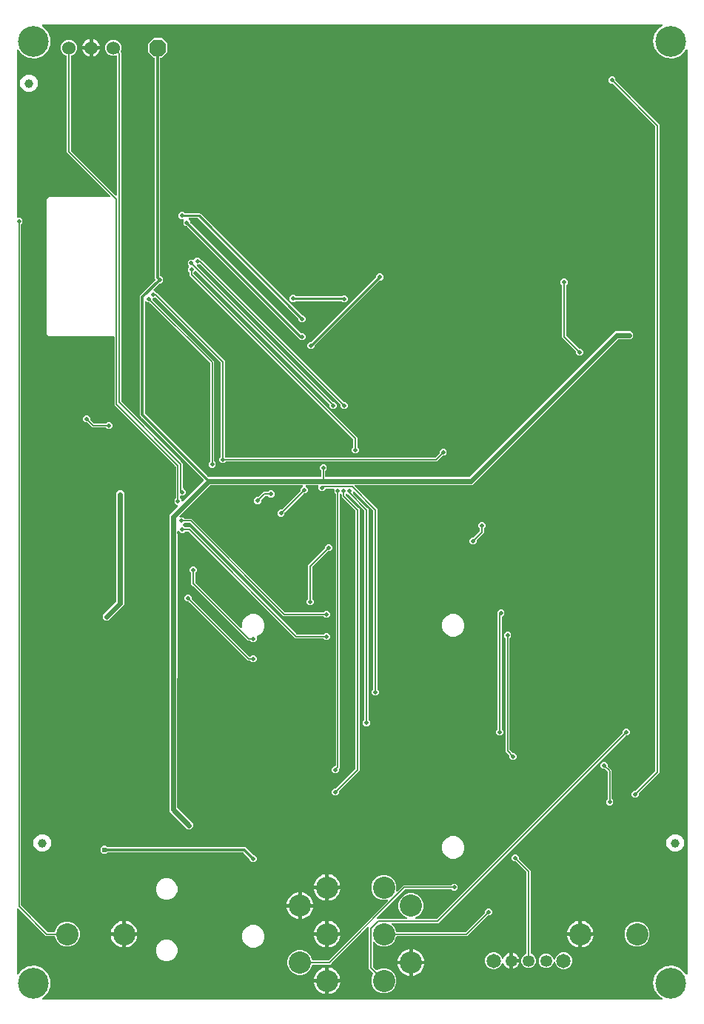
<source format=gbr>
G04 EAGLE Gerber RS-274X export*
G75*
%MOMM*%
%FSLAX34Y34*%
%LPD*%
%INTop Copper*%
%IPPOS*%
%AMOC8*
5,1,8,0,0,1.08239X$1,22.5*%
G01*
%ADD10C,1.524000*%
%ADD11C,3.516000*%
%ADD12C,1.000000*%
%ADD13P,2.089446X8X202.500000*%
%ADD14C,1.650000*%
%ADD15C,1.350000*%
%ADD16C,2.540000*%
%ADD17C,0.508000*%
%ADD18C,0.152400*%
%ADD19C,0.604000*%
%ADD20C,0.304800*%
%ADD21C,0.609600*%
%ADD22C,0.254000*%

G36*
X739129Y3813D02*
X739129Y3813D01*
X739148Y3811D01*
X739269Y3833D01*
X739391Y3851D01*
X739409Y3859D01*
X739428Y3862D01*
X739538Y3917D01*
X739650Y3967D01*
X739665Y3979D01*
X739683Y3988D01*
X739774Y4071D01*
X739867Y4150D01*
X739878Y4167D01*
X739893Y4180D01*
X739957Y4285D01*
X740025Y4387D01*
X740031Y4406D01*
X740041Y4422D01*
X740074Y4541D01*
X740111Y4658D01*
X740111Y4678D01*
X740116Y4697D01*
X740115Y4819D01*
X740118Y4942D01*
X740113Y4961D01*
X740113Y4981D01*
X740077Y5099D01*
X740046Y5217D01*
X740036Y5234D01*
X740031Y5253D01*
X739964Y5356D01*
X739901Y5462D01*
X739887Y5475D01*
X739876Y5492D01*
X739819Y5538D01*
X739694Y5656D01*
X739648Y5680D01*
X739617Y5705D01*
X735825Y7895D01*
X730903Y14669D01*
X729162Y22860D01*
X730903Y31051D01*
X735825Y37826D01*
X743077Y42012D01*
X751405Y42888D01*
X759369Y40300D01*
X765592Y34697D01*
X766407Y32867D01*
X766445Y32806D01*
X766475Y32739D01*
X766520Y32686D01*
X766557Y32626D01*
X766612Y32578D01*
X766659Y32522D01*
X766717Y32484D01*
X766769Y32437D01*
X766835Y32405D01*
X766895Y32365D01*
X766962Y32344D01*
X767025Y32313D01*
X767097Y32301D01*
X767166Y32279D01*
X767236Y32277D01*
X767305Y32265D01*
X767378Y32274D01*
X767450Y32272D01*
X767518Y32289D01*
X767588Y32297D01*
X767655Y32325D01*
X767725Y32344D01*
X767786Y32379D01*
X767851Y32406D01*
X767907Y32452D01*
X767970Y32489D01*
X768018Y32540D01*
X768073Y32584D01*
X768115Y32643D01*
X768164Y32696D01*
X768196Y32759D01*
X768237Y32816D01*
X768261Y32884D01*
X768294Y32949D01*
X768304Y33008D01*
X768330Y33084D01*
X768337Y33205D01*
X768349Y33280D01*
X768349Y1089400D01*
X768339Y1089472D01*
X768339Y1089544D01*
X768319Y1089612D01*
X768309Y1089681D01*
X768280Y1089747D01*
X768259Y1089817D01*
X768222Y1089877D01*
X768193Y1089941D01*
X768146Y1089996D01*
X768107Y1090058D01*
X768055Y1090104D01*
X768010Y1090158D01*
X767949Y1090198D01*
X767895Y1090246D01*
X767831Y1090276D01*
X767773Y1090315D01*
X767703Y1090337D01*
X767638Y1090368D01*
X767569Y1090380D01*
X767502Y1090401D01*
X767429Y1090403D01*
X767357Y1090415D01*
X767288Y1090406D01*
X767218Y1090408D01*
X767147Y1090390D01*
X767075Y1090381D01*
X767010Y1090354D01*
X766943Y1090336D01*
X766880Y1090299D01*
X766813Y1090271D01*
X766758Y1090227D01*
X766698Y1090191D01*
X766648Y1090138D01*
X766592Y1090092D01*
X766559Y1090043D01*
X766504Y1089984D01*
X766449Y1089876D01*
X766407Y1089813D01*
X765592Y1087983D01*
X759369Y1082380D01*
X751405Y1079792D01*
X743077Y1080668D01*
X735825Y1084854D01*
X730903Y1091629D01*
X729162Y1099820D01*
X730903Y1108011D01*
X735825Y1114785D01*
X739617Y1116975D01*
X739632Y1116987D01*
X739650Y1116995D01*
X739744Y1117074D01*
X739841Y1117150D01*
X739852Y1117166D01*
X739867Y1117179D01*
X739936Y1117281D01*
X740007Y1117380D01*
X740014Y1117399D01*
X740025Y1117415D01*
X740062Y1117533D01*
X740104Y1117648D01*
X740105Y1117668D01*
X740111Y1117686D01*
X740114Y1117809D01*
X740122Y1117932D01*
X740117Y1117951D01*
X740118Y1117970D01*
X740087Y1118089D01*
X740060Y1118209D01*
X740051Y1118227D01*
X740046Y1118245D01*
X739984Y1118351D01*
X739925Y1118459D01*
X739911Y1118473D01*
X739901Y1118490D01*
X739811Y1118574D01*
X739725Y1118661D01*
X739708Y1118671D01*
X739694Y1118684D01*
X739584Y1118740D01*
X739477Y1118800D01*
X739458Y1118805D01*
X739440Y1118814D01*
X739368Y1118826D01*
X739200Y1118865D01*
X739149Y1118863D01*
X739109Y1118869D01*
X31247Y1118869D01*
X31191Y1118861D01*
X31135Y1118863D01*
X31051Y1118842D01*
X30965Y1118829D01*
X30914Y1118807D01*
X30860Y1118793D01*
X30785Y1118749D01*
X30706Y1118713D01*
X30663Y1118677D01*
X30615Y1118649D01*
X30555Y1118586D01*
X30489Y1118530D01*
X30458Y1118483D01*
X30419Y1118442D01*
X30379Y1118365D01*
X30331Y1118293D01*
X30314Y1118240D01*
X30289Y1118190D01*
X30272Y1118105D01*
X30245Y1118022D01*
X30244Y1117966D01*
X30233Y1117911D01*
X30240Y1117824D01*
X30238Y1117738D01*
X30252Y1117684D01*
X30257Y1117628D01*
X30288Y1117547D01*
X30310Y1117463D01*
X30338Y1117415D01*
X30358Y1117362D01*
X30402Y1117307D01*
X30455Y1117218D01*
X30525Y1117152D01*
X30567Y1117100D01*
X36612Y1111657D01*
X40018Y1104007D01*
X40018Y1095633D01*
X36612Y1087983D01*
X30389Y1082380D01*
X22425Y1079792D01*
X14097Y1080668D01*
X6845Y1084854D01*
X3107Y1089999D01*
X3032Y1090077D01*
X2961Y1090160D01*
X2933Y1090179D01*
X2910Y1090203D01*
X2815Y1090257D01*
X2725Y1090318D01*
X2693Y1090328D01*
X2663Y1090345D01*
X2558Y1090371D01*
X2454Y1090404D01*
X2420Y1090404D01*
X2387Y1090412D01*
X2278Y1090408D01*
X2170Y1090411D01*
X2137Y1090402D01*
X2103Y1090401D01*
X2000Y1090366D01*
X1895Y1090339D01*
X1866Y1090322D01*
X1833Y1090311D01*
X1743Y1090249D01*
X1650Y1090194D01*
X1627Y1090169D01*
X1599Y1090150D01*
X1530Y1090066D01*
X1456Y1089986D01*
X1440Y1089956D01*
X1419Y1089930D01*
X1376Y1089830D01*
X1326Y1089733D01*
X1321Y1089703D01*
X1306Y1089669D01*
X1279Y1089452D01*
X1271Y1089402D01*
X1271Y899160D01*
X1279Y899102D01*
X1277Y899044D01*
X1299Y898962D01*
X1311Y898878D01*
X1334Y898825D01*
X1349Y898769D01*
X1392Y898696D01*
X1427Y898619D01*
X1465Y898574D01*
X1494Y898524D01*
X1556Y898466D01*
X1610Y898402D01*
X1659Y898370D01*
X1702Y898330D01*
X1777Y898291D01*
X1847Y898244D01*
X1903Y898227D01*
X1955Y898200D01*
X2023Y898189D01*
X2118Y898159D01*
X2218Y898156D01*
X2286Y898145D01*
X5494Y898145D01*
X7875Y895764D01*
X7875Y892396D01*
X6394Y890916D01*
X6342Y890846D01*
X6282Y890782D01*
X6256Y890733D01*
X6223Y890688D01*
X6192Y890607D01*
X6152Y890529D01*
X6144Y890481D01*
X6122Y890423D01*
X6111Y890293D01*
X6111Y890292D01*
X6111Y890285D01*
X6110Y890275D01*
X6097Y890198D01*
X6097Y111858D01*
X6109Y111771D01*
X6112Y111684D01*
X6129Y111631D01*
X6137Y111576D01*
X6172Y111496D01*
X6199Y111413D01*
X6227Y111374D01*
X6253Y111317D01*
X6349Y111204D01*
X6394Y111140D01*
X36210Y81324D01*
X36280Y81272D01*
X36344Y81212D01*
X36393Y81186D01*
X36437Y81153D01*
X36519Y81122D01*
X36597Y81082D01*
X36644Y81074D01*
X36703Y81052D01*
X36850Y81040D01*
X36928Y81027D01*
X43812Y81027D01*
X43814Y81027D01*
X43815Y81027D01*
X43955Y81047D01*
X44094Y81067D01*
X44095Y81067D01*
X44097Y81067D01*
X44223Y81124D01*
X44353Y81183D01*
X44354Y81184D01*
X44356Y81185D01*
X44463Y81276D01*
X44570Y81366D01*
X44571Y81368D01*
X44572Y81369D01*
X44580Y81382D01*
X44728Y81603D01*
X44737Y81632D01*
X44750Y81653D01*
X46881Y86798D01*
X50882Y90799D01*
X56111Y92965D01*
X61769Y92965D01*
X66998Y90799D01*
X70999Y86798D01*
X73165Y81569D01*
X73165Y75911D01*
X70999Y70682D01*
X66998Y66681D01*
X61769Y64515D01*
X56111Y64515D01*
X50882Y66681D01*
X46881Y70682D01*
X44750Y75827D01*
X44749Y75828D01*
X44749Y75829D01*
X44679Y75948D01*
X44606Y76071D01*
X44604Y76072D01*
X44604Y76074D01*
X44500Y76171D01*
X44399Y76267D01*
X44397Y76267D01*
X44396Y76268D01*
X44271Y76332D01*
X44146Y76397D01*
X44145Y76397D01*
X44143Y76398D01*
X44128Y76400D01*
X43867Y76452D01*
X43837Y76449D01*
X43812Y76453D01*
X34613Y76453D01*
X32976Y78090D01*
X3004Y108062D01*
X2980Y108080D01*
X2961Y108102D01*
X2867Y108165D01*
X2777Y108233D01*
X2749Y108244D01*
X2725Y108260D01*
X2617Y108294D01*
X2511Y108334D01*
X2482Y108337D01*
X2454Y108346D01*
X2340Y108349D01*
X2228Y108358D01*
X2199Y108352D01*
X2170Y108353D01*
X2060Y108324D01*
X1949Y108302D01*
X1923Y108288D01*
X1895Y108281D01*
X1797Y108223D01*
X1697Y108171D01*
X1675Y108151D01*
X1650Y108136D01*
X1573Y108053D01*
X1491Y107975D01*
X1476Y107950D01*
X1456Y107929D01*
X1404Y107828D01*
X1347Y107730D01*
X1340Y107702D01*
X1326Y107675D01*
X1313Y107598D01*
X1277Y107454D01*
X1279Y107392D01*
X1271Y107344D01*
X1271Y33278D01*
X1286Y33170D01*
X1294Y33062D01*
X1306Y33030D01*
X1311Y32996D01*
X1355Y32897D01*
X1393Y32795D01*
X1413Y32768D01*
X1427Y32737D01*
X1497Y32654D01*
X1562Y32566D01*
X1589Y32546D01*
X1610Y32520D01*
X1701Y32460D01*
X1787Y32393D01*
X1819Y32381D01*
X1847Y32362D01*
X1951Y32329D01*
X2052Y32290D01*
X2086Y32287D01*
X2118Y32276D01*
X2227Y32274D01*
X2335Y32264D01*
X2368Y32270D01*
X2402Y32269D01*
X2507Y32297D01*
X2614Y32317D01*
X2645Y32332D01*
X2677Y32341D01*
X2771Y32396D01*
X2868Y32446D01*
X2889Y32467D01*
X2922Y32486D01*
X3072Y32646D01*
X3107Y32681D01*
X6845Y37826D01*
X14097Y42012D01*
X22425Y42888D01*
X30389Y40300D01*
X36612Y34697D01*
X40018Y27047D01*
X40018Y18673D01*
X36612Y11023D01*
X30567Y5580D01*
X30531Y5538D01*
X30489Y5501D01*
X30441Y5429D01*
X30385Y5363D01*
X30362Y5311D01*
X30331Y5265D01*
X30305Y5182D01*
X30270Y5103D01*
X30262Y5047D01*
X30245Y4994D01*
X30243Y4907D01*
X30231Y4821D01*
X30240Y4765D01*
X30238Y4710D01*
X30260Y4626D01*
X30273Y4540D01*
X30296Y4489D01*
X30310Y4435D01*
X30354Y4360D01*
X30390Y4281D01*
X30427Y4238D01*
X30455Y4190D01*
X30519Y4131D01*
X30575Y4065D01*
X30622Y4034D01*
X30662Y3996D01*
X30740Y3956D01*
X30812Y3908D01*
X30866Y3892D01*
X30916Y3866D01*
X30985Y3855D01*
X31084Y3824D01*
X31180Y3822D01*
X31247Y3811D01*
X739109Y3811D01*
X739129Y3813D01*
G37*
%LPC*%
G36*
X196226Y198627D02*
X196226Y198627D01*
X178639Y216214D01*
X178636Y216217D01*
X177038Y217815D01*
X175664Y219190D01*
X175664Y221057D01*
X175664Y221058D01*
X175664Y223394D01*
X175665Y223398D01*
X175752Y515849D01*
X175751Y515861D01*
X175753Y518159D01*
X175753Y518160D01*
X175754Y520467D01*
X175755Y520477D01*
X175767Y532110D01*
X175767Y532115D01*
X175767Y532119D01*
X175593Y553742D01*
X175581Y553824D01*
X175578Y553908D01*
X175574Y553919D01*
X175574Y556047D01*
X175574Y556051D01*
X175574Y556055D01*
X175559Y557946D01*
X176900Y559287D01*
X176903Y559290D01*
X176906Y559292D01*
X178422Y560834D01*
X178468Y560873D01*
X178532Y560918D01*
X185347Y567734D01*
X185365Y567758D01*
X185387Y567777D01*
X185450Y567871D01*
X185518Y567961D01*
X185529Y567989D01*
X185545Y568013D01*
X185579Y568121D01*
X185619Y568227D01*
X185622Y568256D01*
X185631Y568284D01*
X185634Y568398D01*
X185643Y568510D01*
X185637Y568539D01*
X185638Y568568D01*
X185609Y568678D01*
X185587Y568789D01*
X185574Y568815D01*
X185566Y568843D01*
X185508Y568941D01*
X185456Y569041D01*
X185436Y569063D01*
X185421Y569088D01*
X185338Y569165D01*
X185260Y569247D01*
X185235Y569262D01*
X185214Y569282D01*
X185113Y569334D01*
X185015Y569391D01*
X184987Y569398D01*
X184960Y569412D01*
X184883Y569425D01*
X184740Y569461D01*
X184677Y569459D01*
X184629Y569467D01*
X183990Y569467D01*
X181609Y571848D01*
X181609Y575216D01*
X183090Y576696D01*
X183142Y576766D01*
X183202Y576830D01*
X183228Y576879D01*
X183261Y576924D01*
X183283Y576981D01*
X183288Y576988D01*
X183295Y577010D01*
X183332Y577083D01*
X183340Y577131D01*
X183362Y577189D01*
X183366Y577236D01*
X183373Y577259D01*
X183375Y577344D01*
X183387Y577414D01*
X183387Y613058D01*
X183375Y613145D01*
X183372Y613232D01*
X183355Y613285D01*
X183347Y613340D01*
X183312Y613420D01*
X183285Y613503D01*
X183257Y613542D01*
X183231Y613599D01*
X183135Y613712D01*
X183090Y613776D01*
X112920Y683946D01*
X112920Y761339D01*
X112912Y761397D01*
X112914Y761455D01*
X112892Y761537D01*
X112880Y761621D01*
X112857Y761674D01*
X112842Y761730D01*
X112799Y761803D01*
X112764Y761880D01*
X112726Y761925D01*
X112697Y761975D01*
X112635Y762033D01*
X112581Y762097D01*
X112532Y762129D01*
X112489Y762169D01*
X112414Y762208D01*
X112344Y762255D01*
X112288Y762272D01*
X112236Y762299D01*
X112168Y762310D01*
X112073Y762340D01*
X111973Y762343D01*
X111905Y762354D01*
X38158Y762354D01*
X35554Y764958D01*
X35554Y918642D01*
X38158Y921246D01*
X107233Y921246D01*
X107262Y921250D01*
X107291Y921247D01*
X107402Y921270D01*
X107515Y921286D01*
X107541Y921298D01*
X107570Y921303D01*
X107671Y921355D01*
X107774Y921402D01*
X107796Y921421D01*
X107822Y921434D01*
X107905Y921512D01*
X107991Y921585D01*
X108007Y921610D01*
X108029Y921630D01*
X108086Y921728D01*
X108149Y921822D01*
X108158Y921850D01*
X108172Y921875D01*
X108200Y921985D01*
X108234Y922093D01*
X108235Y922123D01*
X108242Y922151D01*
X108239Y922264D01*
X108242Y922377D01*
X108234Y922406D01*
X108233Y922435D01*
X108198Y922543D01*
X108170Y922652D01*
X108155Y922678D01*
X108146Y922706D01*
X108100Y922769D01*
X108025Y922897D01*
X107979Y922940D01*
X107951Y922979D01*
X58673Y972257D01*
X58673Y1082571D01*
X58673Y1082572D01*
X58673Y1082574D01*
X58653Y1082714D01*
X58633Y1082852D01*
X58633Y1082854D01*
X58633Y1082855D01*
X58577Y1082978D01*
X58517Y1083112D01*
X58516Y1083113D01*
X58515Y1083114D01*
X58424Y1083221D01*
X58334Y1083329D01*
X58332Y1083329D01*
X58331Y1083331D01*
X58318Y1083339D01*
X58097Y1083486D01*
X58068Y1083495D01*
X58047Y1083509D01*
X55780Y1084447D01*
X53207Y1087020D01*
X51815Y1090381D01*
X51815Y1094019D01*
X53207Y1097380D01*
X55780Y1099953D01*
X59141Y1101345D01*
X62779Y1101345D01*
X66140Y1099953D01*
X68713Y1097380D01*
X70105Y1094019D01*
X70105Y1090381D01*
X68713Y1087020D01*
X66140Y1084447D01*
X63873Y1083509D01*
X63872Y1083508D01*
X63871Y1083507D01*
X63750Y1083436D01*
X63629Y1083364D01*
X63628Y1083363D01*
X63626Y1083362D01*
X63529Y1083258D01*
X63433Y1083157D01*
X63433Y1083156D01*
X63432Y1083155D01*
X63367Y1083029D01*
X63303Y1082905D01*
X63303Y1082903D01*
X63302Y1082902D01*
X63300Y1082887D01*
X63248Y1082626D01*
X63251Y1082595D01*
X63247Y1082571D01*
X63247Y974572D01*
X63259Y974485D01*
X63262Y974398D01*
X63279Y974345D01*
X63287Y974290D01*
X63322Y974210D01*
X63349Y974127D01*
X63377Y974088D01*
X63403Y974031D01*
X63499Y973917D01*
X63544Y973854D01*
X114235Y923163D01*
X114259Y923145D01*
X114278Y923123D01*
X114372Y923060D01*
X114462Y922992D01*
X114490Y922981D01*
X114514Y922965D01*
X114622Y922931D01*
X114728Y922890D01*
X114757Y922888D01*
X114785Y922879D01*
X114899Y922876D01*
X115011Y922867D01*
X115040Y922873D01*
X115069Y922872D01*
X115179Y922901D01*
X115290Y922923D01*
X115316Y922936D01*
X115344Y922944D01*
X115442Y923002D01*
X115542Y923054D01*
X115564Y923074D01*
X115589Y923089D01*
X115666Y923172D01*
X115748Y923250D01*
X115763Y923275D01*
X115783Y923296D01*
X115835Y923397D01*
X115892Y923495D01*
X115899Y923523D01*
X115913Y923549D01*
X115926Y923627D01*
X115962Y923770D01*
X115960Y923833D01*
X115968Y923880D01*
X115968Y1082526D01*
X115952Y1082639D01*
X115942Y1082754D01*
X115932Y1082780D01*
X115928Y1082807D01*
X115881Y1082912D01*
X115840Y1083019D01*
X115824Y1083041D01*
X115812Y1083066D01*
X115738Y1083154D01*
X115669Y1083246D01*
X115646Y1083262D01*
X115629Y1083283D01*
X115533Y1083347D01*
X115441Y1083416D01*
X115415Y1083426D01*
X115392Y1083441D01*
X115282Y1083476D01*
X115175Y1083516D01*
X115147Y1083518D01*
X115121Y1083527D01*
X115006Y1083530D01*
X114892Y1083539D01*
X114867Y1083533D01*
X114837Y1083534D01*
X114580Y1083467D01*
X114564Y1083463D01*
X113579Y1083055D01*
X109941Y1083055D01*
X106580Y1084447D01*
X104007Y1087020D01*
X102615Y1090381D01*
X102615Y1094019D01*
X104007Y1097380D01*
X106580Y1099953D01*
X109941Y1101345D01*
X113579Y1101345D01*
X116940Y1099953D01*
X119513Y1097380D01*
X120905Y1094019D01*
X120905Y1090381D01*
X119966Y1088114D01*
X119965Y1088113D01*
X119965Y1088111D01*
X119930Y1087974D01*
X119895Y1087839D01*
X119895Y1087837D01*
X119895Y1087836D01*
X119899Y1087695D01*
X119903Y1087555D01*
X119904Y1087553D01*
X119904Y1087552D01*
X119947Y1087416D01*
X119990Y1087284D01*
X119991Y1087283D01*
X119991Y1087281D01*
X120000Y1087269D01*
X120148Y1087048D01*
X120171Y1087028D01*
X120186Y1087008D01*
X120542Y1086652D01*
X120542Y688293D01*
X120554Y688206D01*
X120557Y688119D01*
X120574Y688066D01*
X120582Y688011D01*
X120617Y687931D01*
X120644Y687848D01*
X120672Y687809D01*
X120698Y687752D01*
X120794Y687639D01*
X120839Y687575D01*
X189677Y618737D01*
X191314Y617100D01*
X191314Y589280D01*
X191322Y589222D01*
X191320Y589164D01*
X191342Y589082D01*
X191354Y588998D01*
X191378Y588945D01*
X191392Y588889D01*
X191435Y588816D01*
X191470Y588739D01*
X191508Y588694D01*
X191538Y588644D01*
X191599Y588586D01*
X191654Y588522D01*
X191702Y588490D01*
X191745Y588450D01*
X191820Y588411D01*
X191890Y588364D01*
X191946Y588347D01*
X191998Y588320D01*
X192066Y588309D01*
X192161Y588279D01*
X192170Y588278D01*
X194565Y585884D01*
X194565Y582516D01*
X192184Y580135D01*
X188976Y580135D01*
X188918Y580127D01*
X188860Y580129D01*
X188778Y580107D01*
X188694Y580095D01*
X188641Y580072D01*
X188585Y580057D01*
X188512Y580014D01*
X188435Y579979D01*
X188390Y579941D01*
X188340Y579912D01*
X188282Y579850D01*
X188218Y579796D01*
X188186Y579747D01*
X188146Y579704D01*
X188107Y579629D01*
X188060Y579559D01*
X188043Y579503D01*
X188016Y579451D01*
X188005Y579383D01*
X187975Y579288D01*
X187972Y579188D01*
X187961Y579120D01*
X187961Y577414D01*
X187969Y577358D01*
X187967Y577311D01*
X187974Y577284D01*
X187976Y577240D01*
X187993Y577188D01*
X188001Y577133D01*
X188032Y577062D01*
X188039Y577036D01*
X188045Y577026D01*
X188063Y576970D01*
X188091Y576930D01*
X188117Y576873D01*
X188180Y576799D01*
X188184Y576791D01*
X188194Y576783D01*
X188213Y576760D01*
X188258Y576696D01*
X189739Y575216D01*
X189739Y574577D01*
X189743Y574547D01*
X189740Y574518D01*
X189763Y574407D01*
X189779Y574295D01*
X189791Y574268D01*
X189796Y574240D01*
X189848Y574139D01*
X189895Y574036D01*
X189914Y574013D01*
X189927Y573987D01*
X190005Y573905D01*
X190078Y573819D01*
X190103Y573802D01*
X190123Y573781D01*
X190221Y573724D01*
X190315Y573661D01*
X190343Y573652D01*
X190368Y573637D01*
X190478Y573610D01*
X190586Y573575D01*
X190616Y573575D01*
X190644Y573567D01*
X190757Y573571D01*
X190870Y573568D01*
X190899Y573575D01*
X190928Y573576D01*
X191036Y573611D01*
X191145Y573640D01*
X191171Y573655D01*
X191199Y573664D01*
X191262Y573709D01*
X191390Y573785D01*
X191433Y573831D01*
X191472Y573859D01*
X214873Y597260D01*
X214908Y597306D01*
X214950Y597347D01*
X214993Y597420D01*
X215044Y597487D01*
X215065Y597542D01*
X215094Y597592D01*
X215115Y597674D01*
X215145Y597753D01*
X215150Y597811D01*
X215164Y597868D01*
X215162Y597952D01*
X215169Y598036D01*
X215157Y598093D01*
X215155Y598152D01*
X215129Y598232D01*
X215113Y598315D01*
X215086Y598367D01*
X215068Y598422D01*
X215028Y598478D01*
X214982Y598567D01*
X214913Y598639D01*
X214873Y598696D01*
X143815Y669754D01*
X143814Y669754D01*
X141731Y671837D01*
X141731Y808475D01*
X143814Y810558D01*
X143815Y810558D01*
X159563Y826306D01*
X159598Y826353D01*
X159640Y826393D01*
X159683Y826466D01*
X159733Y826533D01*
X159754Y826588D01*
X159784Y826638D01*
X159805Y826720D01*
X159835Y826799D01*
X159840Y826857D01*
X159854Y826914D01*
X159851Y826998D01*
X159858Y827082D01*
X159847Y827140D01*
X159845Y827198D01*
X159819Y827278D01*
X159802Y827361D01*
X159775Y827413D01*
X159757Y827469D01*
X159717Y827525D01*
X159671Y827613D01*
X159603Y827686D01*
X159563Y827742D01*
X159003Y828301D01*
X159003Y1080008D01*
X158996Y1080061D01*
X158997Y1080092D01*
X158996Y1080095D01*
X158997Y1080124D01*
X158975Y1080206D01*
X158963Y1080290D01*
X158940Y1080343D01*
X158925Y1080399D01*
X158882Y1080472D01*
X158847Y1080549D01*
X158809Y1080594D01*
X158780Y1080644D01*
X158718Y1080702D01*
X158664Y1080766D01*
X158615Y1080798D01*
X158572Y1080838D01*
X158497Y1080877D01*
X158427Y1080924D01*
X158371Y1080941D01*
X158319Y1080968D01*
X158251Y1080979D01*
X158156Y1081009D01*
X158056Y1081012D01*
X157988Y1081023D01*
X157930Y1081023D01*
X151383Y1087570D01*
X151383Y1096830D01*
X157930Y1103377D01*
X167190Y1103377D01*
X173737Y1096830D01*
X173737Y1087570D01*
X167190Y1081023D01*
X166116Y1081023D01*
X166058Y1081015D01*
X166000Y1081017D01*
X165918Y1080995D01*
X165834Y1080983D01*
X165781Y1080960D01*
X165725Y1080945D01*
X165652Y1080902D01*
X165575Y1080867D01*
X165530Y1080829D01*
X165480Y1080800D01*
X165422Y1080738D01*
X165358Y1080684D01*
X165326Y1080635D01*
X165286Y1080592D01*
X165247Y1080517D01*
X165200Y1080447D01*
X165183Y1080391D01*
X165156Y1080339D01*
X165145Y1080271D01*
X165115Y1080176D01*
X165112Y1080076D01*
X165101Y1080008D01*
X165101Y832104D01*
X165109Y832046D01*
X165107Y831988D01*
X165129Y831906D01*
X165141Y831822D01*
X165164Y831769D01*
X165179Y831713D01*
X165222Y831640D01*
X165257Y831563D01*
X165295Y831518D01*
X165324Y831468D01*
X165386Y831410D01*
X165440Y831346D01*
X165489Y831314D01*
X165532Y831274D01*
X165607Y831235D01*
X165677Y831188D01*
X165733Y831171D01*
X165785Y831144D01*
X165853Y831133D01*
X165948Y831103D01*
X166048Y831100D01*
X166116Y831089D01*
X166276Y831089D01*
X168657Y828708D01*
X168657Y825340D01*
X166276Y822959D01*
X165259Y822959D01*
X165173Y822947D01*
X165085Y822944D01*
X165033Y822927D01*
X164978Y822919D01*
X164898Y822884D01*
X164815Y822857D01*
X164776Y822829D01*
X164718Y822803D01*
X164605Y822707D01*
X164541Y822662D01*
X157937Y816058D01*
X157920Y816034D01*
X157897Y816015D01*
X157835Y815921D01*
X157767Y815831D01*
X157756Y815803D01*
X157740Y815779D01*
X157706Y815671D01*
X157665Y815565D01*
X157663Y815536D01*
X157654Y815508D01*
X157651Y815394D01*
X157642Y815282D01*
X157647Y815253D01*
X157647Y815224D01*
X157675Y815114D01*
X157698Y815003D01*
X157711Y814977D01*
X157719Y814949D01*
X157776Y814851D01*
X157829Y814751D01*
X157849Y814729D01*
X157864Y814704D01*
X157946Y814627D01*
X158024Y814545D01*
X158050Y814530D01*
X158071Y814510D01*
X158172Y814458D01*
X158270Y814401D01*
X158298Y814394D01*
X158324Y814380D01*
X158402Y814367D01*
X158545Y814331D01*
X158608Y814333D01*
X158655Y814325D01*
X159164Y814325D01*
X160644Y812844D01*
X160714Y812792D01*
X160778Y812732D01*
X160787Y812727D01*
X239379Y734135D01*
X239379Y625310D01*
X239391Y625223D01*
X239394Y625136D01*
X239411Y625083D01*
X239419Y625028D01*
X239455Y624948D01*
X239482Y624865D01*
X239510Y624826D01*
X239535Y624769D01*
X239631Y624656D01*
X239677Y624592D01*
X240257Y624012D01*
X240327Y623959D01*
X240391Y623899D01*
X240440Y623874D01*
X240484Y623841D01*
X240566Y623810D01*
X240644Y623770D01*
X240691Y623762D01*
X240750Y623739D01*
X240897Y623727D01*
X240975Y623714D01*
X479090Y623714D01*
X479176Y623726D01*
X479264Y623729D01*
X479316Y623746D01*
X479371Y623754D01*
X479451Y623790D01*
X479534Y623817D01*
X479574Y623845D01*
X479631Y623870D01*
X479744Y623966D01*
X479808Y624012D01*
X484588Y628792D01*
X484640Y628862D01*
X484700Y628926D01*
X484726Y628975D01*
X484759Y629019D01*
X484790Y629101D01*
X484830Y629179D01*
X484838Y629226D01*
X484860Y629285D01*
X484872Y629432D01*
X484885Y629510D01*
X484885Y631604D01*
X487266Y633985D01*
X490634Y633985D01*
X493015Y631604D01*
X493015Y628236D01*
X490634Y625855D01*
X488540Y625855D01*
X488453Y625843D01*
X488366Y625840D01*
X488313Y625823D01*
X488258Y625815D01*
X488178Y625780D01*
X488095Y625753D01*
X488056Y625725D01*
X487999Y625699D01*
X487886Y625603D01*
X487822Y625558D01*
X481405Y619141D01*
X240975Y619141D01*
X240888Y619129D01*
X240801Y619126D01*
X240748Y619109D01*
X240693Y619101D01*
X240613Y619065D01*
X240530Y619038D01*
X240491Y619010D01*
X240434Y618985D01*
X240321Y618889D01*
X240257Y618843D01*
X238776Y617363D01*
X235409Y617363D01*
X233028Y619744D01*
X233028Y623111D01*
X234508Y624592D01*
X234561Y624662D01*
X234621Y624726D01*
X234646Y624775D01*
X234679Y624819D01*
X234710Y624901D01*
X234750Y624979D01*
X234758Y625026D01*
X234781Y625085D01*
X234793Y625232D01*
X234806Y625310D01*
X234806Y731820D01*
X234794Y731906D01*
X234791Y731994D01*
X234774Y732046D01*
X234766Y732101D01*
X234730Y732181D01*
X234703Y732264D01*
X234675Y732304D01*
X234650Y732361D01*
X234554Y732474D01*
X234508Y732538D01*
X160725Y806321D01*
X160679Y806356D01*
X160638Y806399D01*
X160565Y806441D01*
X160498Y806492D01*
X160443Y806513D01*
X160393Y806542D01*
X160311Y806563D01*
X160232Y806593D01*
X160174Y806598D01*
X160117Y806612D01*
X160033Y806610D01*
X159949Y806617D01*
X159892Y806605D01*
X159833Y806603D01*
X159753Y806577D01*
X159670Y806561D01*
X159618Y806534D01*
X159563Y806516D01*
X159506Y806476D01*
X159418Y806430D01*
X159346Y806361D01*
X159289Y806321D01*
X159164Y806195D01*
X157480Y806195D01*
X157422Y806187D01*
X157364Y806189D01*
X157282Y806167D01*
X157198Y806155D01*
X157145Y806132D01*
X157089Y806117D01*
X157016Y806074D01*
X156939Y806039D01*
X156894Y806001D01*
X156844Y805972D01*
X156786Y805910D01*
X156722Y805856D01*
X156690Y805807D01*
X156650Y805764D01*
X156611Y805689D01*
X156564Y805619D01*
X156547Y805563D01*
X156520Y805511D01*
X156509Y805443D01*
X156479Y805348D01*
X156476Y805248D01*
X156465Y805180D01*
X156465Y804770D01*
X156477Y804683D01*
X156480Y804596D01*
X156497Y804543D01*
X156505Y804488D01*
X156540Y804408D01*
X156567Y804325D01*
X156595Y804286D01*
X156621Y804229D01*
X156717Y804116D01*
X156762Y804052D01*
X227077Y733737D01*
X227077Y619832D01*
X227089Y619746D01*
X227092Y619658D01*
X227109Y619606D01*
X227117Y619551D01*
X227152Y619471D01*
X227179Y619388D01*
X227207Y619348D01*
X227233Y619291D01*
X227329Y619178D01*
X227374Y619114D01*
X228855Y617634D01*
X228855Y614266D01*
X226474Y611885D01*
X223106Y611885D01*
X220725Y614266D01*
X220725Y617634D01*
X222206Y619114D01*
X222258Y619184D01*
X222318Y619248D01*
X222344Y619297D01*
X222377Y619342D01*
X222408Y619423D01*
X222448Y619501D01*
X222456Y619549D01*
X222478Y619607D01*
X222490Y619755D01*
X222503Y619832D01*
X222503Y731422D01*
X222491Y731509D01*
X222488Y731596D01*
X222471Y731649D01*
X222463Y731704D01*
X222428Y731784D01*
X222401Y731867D01*
X222373Y731906D01*
X222347Y731963D01*
X222251Y732076D01*
X222206Y732140D01*
X153528Y800818D01*
X153458Y800870D01*
X153394Y800930D01*
X153345Y800956D01*
X153301Y800989D01*
X153219Y801020D01*
X153141Y801060D01*
X153094Y801068D01*
X153035Y801090D01*
X152888Y801102D01*
X152810Y801115D01*
X150716Y801115D01*
X149562Y802270D01*
X149538Y802287D01*
X149519Y802310D01*
X149425Y802373D01*
X149335Y802441D01*
X149307Y802451D01*
X149283Y802467D01*
X149175Y802502D01*
X149069Y802542D01*
X149040Y802544D01*
X149012Y802553D01*
X148898Y802556D01*
X148786Y802565D01*
X148757Y802560D01*
X148728Y802560D01*
X148618Y802532D01*
X148507Y802510D01*
X148481Y802496D01*
X148453Y802489D01*
X148355Y802431D01*
X148255Y802379D01*
X148233Y802358D01*
X148208Y802343D01*
X148131Y802261D01*
X148049Y802183D01*
X148034Y802157D01*
X148014Y802136D01*
X147962Y802035D01*
X147905Y801937D01*
X147898Y801909D01*
X147884Y801883D01*
X147871Y801806D01*
X147835Y801662D01*
X147837Y801599D01*
X147829Y801552D01*
X147829Y674783D01*
X147841Y674697D01*
X147844Y674609D01*
X147861Y674557D01*
X147869Y674502D01*
X147904Y674422D01*
X147931Y674339D01*
X147959Y674300D01*
X147985Y674242D01*
X148081Y674129D01*
X148126Y674065D01*
X220421Y601770D01*
X220491Y601718D01*
X220555Y601658D01*
X220605Y601632D01*
X220649Y601599D01*
X220730Y601568D01*
X220808Y601528D01*
X220856Y601520D01*
X220914Y601498D01*
X221062Y601486D01*
X221139Y601473D01*
X348488Y601473D01*
X348546Y601481D01*
X348604Y601479D01*
X348686Y601501D01*
X348770Y601513D01*
X348823Y601536D01*
X348879Y601551D01*
X348952Y601594D01*
X349029Y601629D01*
X349074Y601667D01*
X349124Y601696D01*
X349182Y601758D01*
X349246Y601812D01*
X349278Y601861D01*
X349318Y601904D01*
X349357Y601979D01*
X349404Y602049D01*
X349421Y602105D01*
X349448Y602157D01*
X349459Y602225D01*
X349489Y602320D01*
X349492Y602420D01*
X349503Y602488D01*
X349503Y608258D01*
X349491Y608344D01*
X349488Y608432D01*
X349471Y608484D01*
X349463Y608539D01*
X349428Y608619D01*
X349401Y608702D01*
X349373Y608742D01*
X349347Y608799D01*
X349251Y608912D01*
X349206Y608976D01*
X347725Y610456D01*
X347725Y613824D01*
X350106Y616205D01*
X353474Y616205D01*
X355855Y613824D01*
X355855Y610456D01*
X354374Y608976D01*
X354322Y608906D01*
X354262Y608842D01*
X354236Y608793D01*
X354203Y608748D01*
X354172Y608667D01*
X354132Y608589D01*
X354124Y608541D01*
X354102Y608483D01*
X354090Y608335D01*
X354077Y608258D01*
X354077Y602488D01*
X354085Y602430D01*
X354083Y602372D01*
X354105Y602290D01*
X354117Y602206D01*
X354140Y602153D01*
X354155Y602097D01*
X354198Y602024D01*
X354233Y601947D01*
X354271Y601902D01*
X354300Y601852D01*
X354362Y601794D01*
X354416Y601730D01*
X354465Y601698D01*
X354508Y601658D01*
X354583Y601619D01*
X354653Y601572D01*
X354709Y601555D01*
X354761Y601528D01*
X354829Y601517D01*
X354924Y601487D01*
X355024Y601484D01*
X355092Y601473D01*
X518385Y601473D01*
X518472Y601485D01*
X518559Y601488D01*
X518612Y601505D01*
X518667Y601513D01*
X518747Y601548D01*
X518830Y601575D01*
X518869Y601603D01*
X518926Y601629D01*
X519040Y601725D01*
X519103Y601770D01*
X685326Y767993D01*
X703696Y767993D01*
X706375Y765314D01*
X706375Y761526D01*
X703696Y758847D01*
X689535Y758847D01*
X689448Y758835D01*
X689361Y758832D01*
X689308Y758815D01*
X689253Y758807D01*
X689173Y758772D01*
X689090Y758745D01*
X689051Y758717D01*
X688994Y758691D01*
X688880Y758595D01*
X688817Y758550D01*
X522594Y592327D01*
X388718Y592327D01*
X388689Y592323D01*
X388659Y592326D01*
X388548Y592303D01*
X388436Y592287D01*
X388409Y592275D01*
X388381Y592270D01*
X388280Y592218D01*
X388177Y592171D01*
X388154Y592152D01*
X388128Y592139D01*
X388046Y592061D01*
X387960Y591988D01*
X387943Y591963D01*
X387922Y591943D01*
X387865Y591845D01*
X387802Y591751D01*
X387793Y591723D01*
X387779Y591698D01*
X387751Y591588D01*
X387716Y591480D01*
X387716Y591450D01*
X387708Y591422D01*
X387712Y591309D01*
X387709Y591196D01*
X387717Y591167D01*
X387717Y591138D01*
X387752Y591030D01*
X387781Y590921D01*
X387796Y590895D01*
X387805Y590867D01*
X387850Y590804D01*
X387926Y590676D01*
X387972Y590633D01*
X388000Y590594D01*
X413767Y564827D01*
X413767Y359482D01*
X413779Y359396D01*
X413782Y359308D01*
X413799Y359256D01*
X413807Y359201D01*
X413842Y359121D01*
X413869Y359038D01*
X413897Y358998D01*
X413923Y358941D01*
X414019Y358828D01*
X414064Y358764D01*
X415545Y357284D01*
X415545Y353916D01*
X413164Y351535D01*
X409796Y351535D01*
X407415Y353916D01*
X407415Y357284D01*
X408896Y358764D01*
X408948Y358834D01*
X409008Y358898D01*
X409034Y358947D01*
X409067Y358992D01*
X409098Y359073D01*
X409138Y359151D01*
X409146Y359199D01*
X409168Y359257D01*
X409180Y359405D01*
X409193Y359482D01*
X409193Y562512D01*
X409181Y562599D01*
X409178Y562686D01*
X409161Y562739D01*
X409153Y562794D01*
X409118Y562874D01*
X409091Y562957D01*
X409063Y562996D01*
X409037Y563053D01*
X408941Y563166D01*
X408896Y563230D01*
X387560Y584566D01*
X387536Y584584D01*
X387517Y584606D01*
X387423Y584669D01*
X387333Y584737D01*
X387305Y584748D01*
X387281Y584764D01*
X387173Y584798D01*
X387067Y584838D01*
X387038Y584841D01*
X387010Y584850D01*
X386896Y584853D01*
X386784Y584862D01*
X386755Y584856D01*
X386726Y584857D01*
X386616Y584828D01*
X386505Y584806D01*
X386479Y584792D01*
X386451Y584785D01*
X386353Y584727D01*
X386253Y584675D01*
X386231Y584655D01*
X386206Y584640D01*
X386129Y584557D01*
X386047Y584479D01*
X386032Y584454D01*
X386012Y584433D01*
X385960Y584332D01*
X385903Y584234D01*
X385896Y584206D01*
X385882Y584179D01*
X385869Y584102D01*
X385833Y583958D01*
X385835Y583896D01*
X385827Y583848D01*
X385827Y583637D01*
X385808Y583588D01*
X385778Y583538D01*
X385758Y583456D01*
X385728Y583377D01*
X385723Y583319D01*
X385708Y583262D01*
X385711Y583178D01*
X385704Y583094D01*
X385715Y583037D01*
X385717Y582978D01*
X385743Y582898D01*
X385760Y582815D01*
X385787Y582763D01*
X385805Y582708D01*
X385845Y582651D01*
X385891Y582563D01*
X385960Y582490D01*
X386000Y582434D01*
X401970Y566464D01*
X403607Y564827D01*
X403607Y324303D01*
X403619Y324217D01*
X403622Y324129D01*
X403639Y324077D01*
X403647Y324022D01*
X403682Y323942D01*
X403709Y323859D01*
X403737Y323819D01*
X403763Y323762D01*
X403859Y323649D01*
X403904Y323585D01*
X405385Y322105D01*
X405385Y318737D01*
X403004Y316356D01*
X399636Y316356D01*
X397255Y318737D01*
X397255Y322105D01*
X398736Y323585D01*
X398788Y323655D01*
X398848Y323719D01*
X398874Y323768D01*
X398907Y323813D01*
X398938Y323894D01*
X398978Y323972D01*
X398986Y324020D01*
X399008Y324078D01*
X399020Y324226D01*
X399033Y324303D01*
X399033Y562512D01*
X399021Y562599D01*
X399018Y562686D01*
X399001Y562739D01*
X398993Y562794D01*
X398958Y562874D01*
X398931Y562957D01*
X398903Y562996D01*
X398877Y563053D01*
X398781Y563166D01*
X398736Y563230D01*
X380947Y581019D01*
X380878Y581071D01*
X380814Y581131D01*
X380764Y581156D01*
X380720Y581190D01*
X380639Y581221D01*
X380561Y581261D01*
X380513Y581268D01*
X380455Y581291D01*
X380307Y581303D01*
X380230Y581316D01*
X380078Y581316D01*
X379178Y582216D01*
X379154Y582234D01*
X379135Y582256D01*
X379111Y582273D01*
X379091Y582294D01*
X379064Y582310D01*
X379055Y582318D01*
X379017Y582338D01*
X378951Y582387D01*
X378923Y582398D01*
X378899Y582414D01*
X378871Y582423D01*
X378846Y582438D01*
X378764Y582458D01*
X378685Y582489D01*
X378656Y582491D01*
X378628Y582500D01*
X378599Y582501D01*
X378570Y582508D01*
X378486Y582505D01*
X378402Y582512D01*
X378373Y582506D01*
X378344Y582507D01*
X378315Y582500D01*
X378286Y582499D01*
X378206Y582473D01*
X378123Y582456D01*
X378097Y582443D01*
X378069Y582435D01*
X378043Y582420D01*
X378015Y582411D01*
X377959Y582371D01*
X377871Y582325D01*
X377849Y582305D01*
X377824Y582290D01*
X377781Y582244D01*
X377742Y582216D01*
X377707Y582170D01*
X377665Y582129D01*
X377650Y582104D01*
X377630Y582083D01*
X377604Y582033D01*
X377571Y581989D01*
X377551Y581937D01*
X377544Y581927D01*
X377543Y581922D01*
X377521Y581884D01*
X377514Y581856D01*
X377500Y581830D01*
X377492Y581782D01*
X377470Y581724D01*
X377466Y581680D01*
X377459Y581656D01*
X377458Y581638D01*
X377451Y581609D01*
X377453Y581546D01*
X377445Y581499D01*
X377445Y581250D01*
X377457Y581163D01*
X377460Y581076D01*
X377477Y581023D01*
X377485Y580968D01*
X377520Y580888D01*
X377547Y580805D01*
X377575Y580766D01*
X377601Y580709D01*
X377697Y580596D01*
X377742Y580532D01*
X391810Y566464D01*
X393447Y564827D01*
X393447Y265753D01*
X370122Y242428D01*
X370070Y242358D01*
X370010Y242294D01*
X369984Y242245D01*
X369951Y242201D01*
X369920Y242119D01*
X369880Y242041D01*
X369872Y241994D01*
X369850Y241935D01*
X369838Y241788D01*
X369825Y241710D01*
X369825Y239616D01*
X367444Y237235D01*
X364076Y237235D01*
X361695Y239616D01*
X361695Y242984D01*
X364076Y245365D01*
X366170Y245365D01*
X366257Y245377D01*
X366344Y245380D01*
X366397Y245397D01*
X366452Y245405D01*
X366532Y245440D01*
X366615Y245467D01*
X366654Y245495D01*
X366711Y245521D01*
X366824Y245617D01*
X366888Y245662D01*
X388576Y267350D01*
X388628Y267420D01*
X388688Y267484D01*
X388714Y267533D01*
X388747Y267577D01*
X388778Y267659D01*
X388818Y267737D01*
X388826Y267784D01*
X388848Y267843D01*
X388860Y267990D01*
X388873Y268068D01*
X388873Y562512D01*
X388861Y562599D01*
X388858Y562686D01*
X388841Y562739D01*
X388833Y562794D01*
X388798Y562874D01*
X388771Y562957D01*
X388743Y562996D01*
X388717Y563053D01*
X388621Y563166D01*
X388576Y563230D01*
X374508Y577298D01*
X372871Y578935D01*
X372871Y581245D01*
X372864Y581294D01*
X372866Y581344D01*
X372844Y581434D01*
X372831Y581526D01*
X372811Y581572D01*
X372799Y581620D01*
X372753Y581701D01*
X372715Y581786D01*
X372683Y581824D01*
X372658Y581867D01*
X372591Y581932D01*
X372532Y582003D01*
X372490Y582030D01*
X372454Y582065D01*
X372372Y582109D01*
X372295Y582160D01*
X372247Y582175D01*
X372203Y582199D01*
X372112Y582218D01*
X372024Y582246D01*
X371974Y582247D01*
X371925Y582258D01*
X371832Y582251D01*
X371740Y582253D01*
X371691Y582241D01*
X371641Y582237D01*
X371554Y582205D01*
X371465Y582181D01*
X371422Y582156D01*
X371375Y582138D01*
X371300Y582083D01*
X371220Y582036D01*
X371186Y582000D01*
X371146Y581970D01*
X371102Y581910D01*
X371026Y581829D01*
X370985Y581750D01*
X370948Y581699D01*
X370927Y581635D01*
X370896Y581576D01*
X370886Y581513D01*
X370858Y581429D01*
X370853Y581317D01*
X370841Y581245D01*
X370841Y268547D01*
X370122Y267828D01*
X370070Y267758D01*
X370010Y267694D01*
X369984Y267645D01*
X369951Y267601D01*
X369920Y267519D01*
X369880Y267441D01*
X369872Y267394D01*
X369850Y267335D01*
X369838Y267188D01*
X369825Y267110D01*
X369825Y265016D01*
X367444Y262635D01*
X364076Y262635D01*
X361695Y265016D01*
X361695Y268384D01*
X364076Y270765D01*
X365252Y270765D01*
X365310Y270773D01*
X365368Y270771D01*
X365450Y270793D01*
X365534Y270805D01*
X365587Y270828D01*
X365643Y270843D01*
X365716Y270886D01*
X365793Y270921D01*
X365838Y270959D01*
X365888Y270988D01*
X365946Y271050D01*
X366010Y271104D01*
X366042Y271153D01*
X366082Y271196D01*
X366121Y271271D01*
X366168Y271341D01*
X366185Y271397D01*
X366212Y271449D01*
X366223Y271517D01*
X366253Y271612D01*
X366256Y271712D01*
X366267Y271780D01*
X366267Y581245D01*
X366255Y581331D01*
X366252Y581419D01*
X366235Y581471D01*
X366227Y581526D01*
X366192Y581606D01*
X366165Y581689D01*
X366137Y581728D01*
X366111Y581785D01*
X366015Y581899D01*
X365970Y581962D01*
X364489Y583443D01*
X364489Y586994D01*
X364481Y587052D01*
X364483Y587110D01*
X364461Y587192D01*
X364449Y587276D01*
X364426Y587329D01*
X364411Y587385D01*
X364368Y587458D01*
X364333Y587535D01*
X364295Y587580D01*
X364266Y587630D01*
X364204Y587688D01*
X364150Y587752D01*
X364101Y587784D01*
X364058Y587824D01*
X363983Y587863D01*
X363913Y587910D01*
X363857Y587927D01*
X363805Y587954D01*
X363737Y587965D01*
X363642Y587995D01*
X363542Y587998D01*
X363474Y588009D01*
X355418Y588009D01*
X355332Y587997D01*
X355244Y587994D01*
X355192Y587977D01*
X355137Y587969D01*
X355057Y587934D01*
X354974Y587907D01*
X354934Y587879D01*
X354877Y587853D01*
X354764Y587757D01*
X354700Y587712D01*
X352204Y585215D01*
X348836Y585215D01*
X346455Y587596D01*
X346455Y591312D01*
X346447Y591370D01*
X346449Y591428D01*
X346427Y591510D01*
X346415Y591594D01*
X346392Y591647D01*
X346377Y591703D01*
X346334Y591776D01*
X346299Y591853D01*
X346261Y591898D01*
X346232Y591948D01*
X346170Y592006D01*
X346116Y592070D01*
X346067Y592102D01*
X346024Y592142D01*
X345949Y592181D01*
X345879Y592228D01*
X345823Y592245D01*
X345771Y592272D01*
X345703Y592283D01*
X345608Y592313D01*
X345508Y592316D01*
X345440Y592327D01*
X332812Y592327D01*
X332783Y592323D01*
X332754Y592326D01*
X332643Y592303D01*
X332531Y592287D01*
X332504Y592275D01*
X332475Y592270D01*
X332375Y592217D01*
X332271Y592171D01*
X332249Y592152D01*
X332223Y592139D01*
X332141Y592061D01*
X332054Y591988D01*
X332038Y591963D01*
X332017Y591943D01*
X331959Y591845D01*
X331897Y591751D01*
X331888Y591723D01*
X331873Y591698D01*
X331845Y591588D01*
X331811Y591480D01*
X331810Y591450D01*
X331803Y591422D01*
X331806Y591309D01*
X331804Y591196D01*
X331811Y591167D01*
X331812Y591138D01*
X331847Y591030D01*
X331875Y590921D01*
X331890Y590895D01*
X331899Y590867D01*
X331945Y590804D01*
X332021Y590676D01*
X332066Y590633D01*
X332094Y590594D01*
X334265Y588424D01*
X334265Y585056D01*
X331884Y582675D01*
X329790Y582675D01*
X329703Y582663D01*
X329616Y582660D01*
X329563Y582643D01*
X329508Y582635D01*
X329428Y582600D01*
X329345Y582573D01*
X329306Y582545D01*
X329249Y582519D01*
X329136Y582423D01*
X329072Y582378D01*
X307892Y561198D01*
X307840Y561128D01*
X307780Y561064D01*
X307754Y561015D01*
X307721Y560971D01*
X307690Y560889D01*
X307650Y560811D01*
X307642Y560764D01*
X307620Y560705D01*
X307608Y560558D01*
X307595Y560480D01*
X307595Y558386D01*
X305214Y556005D01*
X301846Y556005D01*
X299465Y558386D01*
X299465Y561754D01*
X301846Y564135D01*
X303940Y564135D01*
X304027Y564147D01*
X304114Y564150D01*
X304167Y564167D01*
X304222Y564175D01*
X304302Y564210D01*
X304385Y564237D01*
X304424Y564265D01*
X304481Y564291D01*
X304594Y564387D01*
X304658Y564432D01*
X325838Y585612D01*
X325890Y585682D01*
X325950Y585746D01*
X325976Y585795D01*
X326009Y585839D01*
X326040Y585921D01*
X326080Y585999D01*
X326088Y586046D01*
X326110Y586105D01*
X326122Y586252D01*
X326135Y586330D01*
X326135Y588424D01*
X328306Y590594D01*
X328323Y590618D01*
X328346Y590637D01*
X328409Y590731D01*
X328477Y590821D01*
X328487Y590849D01*
X328503Y590873D01*
X328538Y590981D01*
X328578Y591087D01*
X328580Y591116D01*
X328589Y591144D01*
X328592Y591258D01*
X328601Y591370D01*
X328596Y591399D01*
X328596Y591428D01*
X328568Y591538D01*
X328546Y591649D01*
X328532Y591675D01*
X328525Y591703D01*
X328467Y591801D01*
X328415Y591901D01*
X328394Y591923D01*
X328379Y591948D01*
X328297Y592025D01*
X328219Y592107D01*
X328193Y592122D01*
X328172Y592142D01*
X328071Y592194D01*
X327973Y592251D01*
X327945Y592258D01*
X327919Y592272D01*
X327842Y592285D01*
X327698Y592321D01*
X327635Y592319D01*
X327588Y592327D01*
X223295Y592327D01*
X223208Y592315D01*
X223121Y592312D01*
X223068Y592295D01*
X223013Y592287D01*
X222933Y592252D01*
X222850Y592225D01*
X222811Y592197D01*
X222754Y592171D01*
X222640Y592075D01*
X222577Y592030D01*
X187685Y557138D01*
X187667Y557114D01*
X187645Y557095D01*
X187582Y557001D01*
X187514Y556911D01*
X187503Y556883D01*
X187487Y556859D01*
X187453Y556751D01*
X187413Y556645D01*
X187410Y556616D01*
X187401Y556588D01*
X187398Y556474D01*
X187389Y556362D01*
X187395Y556333D01*
X187394Y556304D01*
X187423Y556194D01*
X187445Y556083D01*
X187458Y556057D01*
X187466Y556029D01*
X187524Y555931D01*
X187576Y555831D01*
X187596Y555809D01*
X187611Y555784D01*
X187694Y555707D01*
X187772Y555625D01*
X187797Y555610D01*
X187818Y555590D01*
X187919Y555538D01*
X188017Y555481D01*
X188045Y555474D01*
X188072Y555460D01*
X188149Y555447D01*
X188292Y555411D01*
X188355Y555413D01*
X188403Y555405D01*
X191361Y555405D01*
X192764Y554002D01*
X192834Y553949D01*
X192898Y553889D01*
X192947Y553864D01*
X192991Y553831D01*
X193073Y553800D01*
X193151Y553760D01*
X193198Y553752D01*
X193257Y553729D01*
X193404Y553717D01*
X193482Y553704D01*
X201370Y553704D01*
X307990Y447084D01*
X308060Y447032D01*
X308124Y446972D01*
X308173Y446946D01*
X308217Y446913D01*
X308299Y446882D01*
X308377Y446842D01*
X308424Y446834D01*
X308483Y446812D01*
X308630Y446800D01*
X308708Y446787D01*
X351718Y446787D01*
X351804Y446799D01*
X351892Y446802D01*
X351944Y446819D01*
X351999Y446827D01*
X352079Y446862D01*
X352162Y446889D01*
X352202Y446917D01*
X352259Y446943D01*
X352372Y447039D01*
X352436Y447084D01*
X353916Y448565D01*
X357284Y448565D01*
X359665Y446184D01*
X359665Y442816D01*
X357284Y440435D01*
X353916Y440435D01*
X352436Y441916D01*
X352366Y441968D01*
X352302Y442028D01*
X352253Y442054D01*
X352208Y442087D01*
X352127Y442118D01*
X352049Y442158D01*
X352001Y442166D01*
X351943Y442188D01*
X351795Y442200D01*
X351718Y442213D01*
X306393Y442213D01*
X199773Y548833D01*
X199703Y548886D01*
X199639Y548946D01*
X199590Y548971D01*
X199545Y549004D01*
X199464Y549035D01*
X199386Y549075D01*
X199338Y549083D01*
X199280Y549106D01*
X199132Y549118D01*
X199055Y549131D01*
X193637Y549131D01*
X193550Y549119D01*
X193463Y549116D01*
X193410Y549099D01*
X193355Y549091D01*
X193275Y549055D01*
X193192Y549028D01*
X193153Y549000D01*
X193096Y548975D01*
X192983Y548879D01*
X192919Y548833D01*
X191383Y547298D01*
X191366Y547274D01*
X191343Y547255D01*
X191280Y547161D01*
X191212Y547071D01*
X191202Y547043D01*
X191186Y547019D01*
X191151Y546911D01*
X191111Y546805D01*
X191109Y546776D01*
X191100Y546748D01*
X191097Y546634D01*
X191088Y546522D01*
X191093Y546493D01*
X191093Y546464D01*
X191121Y546354D01*
X191143Y546243D01*
X191157Y546217D01*
X191164Y546189D01*
X191222Y546091D01*
X191274Y545991D01*
X191295Y545969D01*
X191310Y545944D01*
X191392Y545867D01*
X191470Y545785D01*
X191496Y545770D01*
X191517Y545750D01*
X191618Y545698D01*
X191716Y545641D01*
X191744Y545634D01*
X191770Y545620D01*
X191847Y545607D01*
X191991Y545571D01*
X192054Y545573D01*
X192101Y545565D01*
X192184Y545565D01*
X193734Y544014D01*
X193804Y543962D01*
X193868Y543902D01*
X193917Y543877D01*
X193961Y543843D01*
X194043Y543812D01*
X194121Y543772D01*
X194168Y543765D01*
X194227Y543742D01*
X194375Y543730D01*
X194452Y543717D01*
X199731Y543717D01*
X201368Y542080D01*
X321764Y421684D01*
X321834Y421632D01*
X321898Y421572D01*
X321947Y421546D01*
X321992Y421513D01*
X322073Y421482D01*
X322151Y421442D01*
X322199Y421434D01*
X322257Y421412D01*
X322405Y421400D01*
X322482Y421387D01*
X351718Y421387D01*
X351804Y421399D01*
X351892Y421402D01*
X351944Y421419D01*
X351999Y421427D01*
X352079Y421462D01*
X352162Y421489D01*
X352202Y421517D01*
X352259Y421543D01*
X352372Y421639D01*
X352436Y421684D01*
X353916Y423165D01*
X357284Y423165D01*
X359665Y420784D01*
X359665Y417416D01*
X357284Y415035D01*
X353916Y415035D01*
X352436Y416516D01*
X352366Y416568D01*
X352302Y416628D01*
X352253Y416654D01*
X352208Y416687D01*
X352127Y416718D01*
X352049Y416758D01*
X352001Y416766D01*
X351943Y416788D01*
X351795Y416800D01*
X351718Y416813D01*
X320167Y416813D01*
X318530Y418450D01*
X198134Y538846D01*
X198065Y538899D01*
X198001Y538959D01*
X197951Y538984D01*
X197907Y539017D01*
X197826Y539048D01*
X197748Y539088D01*
X197700Y539096D01*
X197642Y539118D01*
X197494Y539131D01*
X197417Y539144D01*
X194312Y539144D01*
X194226Y539131D01*
X194138Y539128D01*
X194086Y539111D01*
X194031Y539104D01*
X193951Y539068D01*
X193868Y539041D01*
X193829Y539013D01*
X193772Y538987D01*
X193658Y538892D01*
X193595Y538846D01*
X192184Y537435D01*
X188816Y537435D01*
X186591Y539661D01*
X186564Y539681D01*
X186543Y539706D01*
X186451Y539766D01*
X186364Y539831D01*
X186333Y539843D01*
X186305Y539862D01*
X186200Y539894D01*
X186098Y539933D01*
X186065Y539935D01*
X186033Y539945D01*
X185924Y539947D01*
X185815Y539956D01*
X185782Y539950D01*
X185749Y539950D01*
X185643Y539922D01*
X185536Y539900D01*
X185506Y539885D01*
X185474Y539876D01*
X185381Y539820D01*
X185284Y539769D01*
X185260Y539746D01*
X185231Y539729D01*
X185157Y539649D01*
X185078Y539574D01*
X185061Y539545D01*
X185038Y539520D01*
X184989Y539423D01*
X184934Y539328D01*
X184926Y539296D01*
X184911Y539266D01*
X184898Y539188D01*
X184864Y539053D01*
X184866Y538985D01*
X184858Y538934D01*
X184894Y534452D01*
X184906Y534370D01*
X184909Y534287D01*
X184915Y534268D01*
X184913Y532149D01*
X184913Y532144D01*
X184913Y532140D01*
X184930Y530004D01*
X184923Y529918D01*
X184910Y529840D01*
X184898Y518147D01*
X184898Y518146D01*
X184810Y223397D01*
X184823Y223311D01*
X184825Y223223D01*
X184842Y223170D01*
X184850Y223116D01*
X184886Y223036D01*
X184913Y222952D01*
X184941Y222913D01*
X184966Y222856D01*
X185062Y222743D01*
X185108Y222679D01*
X202693Y205094D01*
X202693Y201306D01*
X200014Y198627D01*
X196226Y198627D01*
G37*
%LPD*%
%LPC*%
G36*
X418291Y11175D02*
X418291Y11175D01*
X413062Y13341D01*
X409061Y17342D01*
X406895Y22571D01*
X406895Y28229D01*
X409026Y33374D01*
X409026Y33375D01*
X409027Y33377D01*
X409061Y33511D01*
X409097Y33649D01*
X409097Y33651D01*
X409097Y33652D01*
X409093Y33793D01*
X409089Y33933D01*
X409088Y33935D01*
X409088Y33936D01*
X409045Y34069D01*
X409002Y34204D01*
X409001Y34205D01*
X409001Y34207D01*
X408992Y34219D01*
X408844Y34440D01*
X408820Y34460D01*
X408806Y34480D01*
X405484Y37802D01*
X403847Y39439D01*
X403847Y85742D01*
X403843Y85771D01*
X403846Y85801D01*
X403823Y85912D01*
X403807Y86024D01*
X403795Y86051D01*
X403790Y86079D01*
X403738Y86180D01*
X403691Y86283D01*
X403672Y86306D01*
X403659Y86332D01*
X403581Y86414D01*
X403508Y86500D01*
X403483Y86517D01*
X403463Y86538D01*
X403365Y86595D01*
X403271Y86658D01*
X403243Y86667D01*
X403218Y86681D01*
X403108Y86709D01*
X403000Y86744D01*
X402970Y86744D01*
X402942Y86752D01*
X402829Y86748D01*
X402716Y86751D01*
X402687Y86743D01*
X402658Y86743D01*
X402550Y86708D01*
X402441Y86679D01*
X402415Y86664D01*
X402387Y86655D01*
X402324Y86610D01*
X402196Y86534D01*
X402153Y86488D01*
X402114Y86460D01*
X361244Y45590D01*
X359607Y43953D01*
X340248Y43953D01*
X340246Y43953D01*
X340245Y43953D01*
X340105Y43933D01*
X339966Y43913D01*
X339965Y43913D01*
X339963Y43913D01*
X339837Y43856D01*
X339707Y43797D01*
X339706Y43796D01*
X339704Y43795D01*
X339597Y43704D01*
X339490Y43614D01*
X339489Y43612D01*
X339488Y43611D01*
X339480Y43598D01*
X339332Y43377D01*
X339323Y43348D01*
X339310Y43327D01*
X337179Y38182D01*
X333178Y34181D01*
X327949Y32015D01*
X322291Y32015D01*
X317062Y34181D01*
X313061Y38182D01*
X310895Y43411D01*
X310895Y49069D01*
X313061Y54298D01*
X317062Y58299D01*
X322291Y60465D01*
X327949Y60465D01*
X333178Y58299D01*
X337179Y54298D01*
X339310Y49153D01*
X339311Y49152D01*
X339311Y49151D01*
X339381Y49032D01*
X339454Y48909D01*
X339456Y48908D01*
X339456Y48906D01*
X339560Y48809D01*
X339661Y48713D01*
X339663Y48713D01*
X339664Y48712D01*
X339789Y48647D01*
X339914Y48583D01*
X339915Y48583D01*
X339917Y48582D01*
X339932Y48580D01*
X340193Y48528D01*
X340223Y48531D01*
X340248Y48527D01*
X357292Y48527D01*
X357379Y48539D01*
X357466Y48542D01*
X357519Y48559D01*
X357574Y48567D01*
X357654Y48602D01*
X357737Y48629D01*
X357776Y48657D01*
X357833Y48683D01*
X357946Y48779D01*
X358010Y48824D01*
X425619Y116433D01*
X425670Y116501D01*
X425729Y116564D01*
X425755Y116614D01*
X425789Y116660D01*
X425820Y116740D01*
X425859Y116816D01*
X425870Y116872D01*
X425891Y116925D01*
X425898Y117011D01*
X425914Y117095D01*
X425910Y117152D01*
X425914Y117209D01*
X425897Y117293D01*
X425890Y117379D01*
X425870Y117432D01*
X425858Y117487D01*
X425819Y117564D01*
X425788Y117644D01*
X425754Y117689D01*
X425727Y117740D01*
X425668Y117802D01*
X425616Y117871D01*
X425571Y117905D01*
X425532Y117946D01*
X425457Y117989D01*
X425389Y118041D01*
X425335Y118061D01*
X425286Y118090D01*
X425203Y118111D01*
X425123Y118141D01*
X425066Y118146D01*
X425011Y118160D01*
X424925Y118157D01*
X424839Y118164D01*
X424791Y118153D01*
X424727Y118151D01*
X424589Y118106D01*
X424512Y118088D01*
X423949Y117855D01*
X418291Y117855D01*
X413062Y120021D01*
X409061Y124022D01*
X406895Y129251D01*
X406895Y134909D01*
X409061Y140138D01*
X413062Y144139D01*
X418291Y146305D01*
X423949Y146305D01*
X429178Y144139D01*
X433179Y140138D01*
X435345Y134909D01*
X435345Y129251D01*
X435112Y128688D01*
X435090Y128605D01*
X435060Y128524D01*
X435055Y128468D01*
X435041Y128413D01*
X435043Y128327D01*
X435036Y128241D01*
X435047Y128185D01*
X435049Y128128D01*
X435075Y128047D01*
X435092Y127962D01*
X435118Y127912D01*
X435135Y127858D01*
X435183Y127786D01*
X435223Y127710D01*
X435262Y127669D01*
X435294Y127621D01*
X435360Y127566D01*
X435419Y127504D01*
X435468Y127475D01*
X435511Y127438D01*
X435590Y127404D01*
X435664Y127360D01*
X435719Y127346D01*
X435771Y127323D01*
X435856Y127311D01*
X435940Y127290D01*
X435996Y127292D01*
X436053Y127284D01*
X436138Y127296D01*
X436224Y127299D01*
X436278Y127317D01*
X436334Y127325D01*
X436412Y127360D01*
X436494Y127387D01*
X436534Y127415D01*
X436593Y127442D01*
X436704Y127536D01*
X436768Y127581D01*
X443673Y134487D01*
X497768Y134487D01*
X497854Y134499D01*
X497942Y134502D01*
X497994Y134519D01*
X498049Y134527D01*
X498129Y134562D01*
X498212Y134589D01*
X498252Y134617D01*
X498309Y134643D01*
X498422Y134739D01*
X498486Y134784D01*
X499966Y136265D01*
X503334Y136265D01*
X505715Y133884D01*
X505715Y130516D01*
X503334Y128135D01*
X499966Y128135D01*
X498486Y129616D01*
X498416Y129668D01*
X498352Y129728D01*
X498303Y129754D01*
X498258Y129787D01*
X498177Y129818D01*
X498099Y129858D01*
X498051Y129866D01*
X497993Y129888D01*
X497845Y129900D01*
X497768Y129913D01*
X445988Y129913D01*
X445901Y129901D01*
X445814Y129898D01*
X445761Y129881D01*
X445706Y129873D01*
X445626Y129838D01*
X445543Y129811D01*
X445504Y129783D01*
X445447Y129757D01*
X445334Y129661D01*
X445270Y129616D01*
X413400Y97746D01*
X413382Y97722D01*
X413360Y97703D01*
X413297Y97609D01*
X413229Y97519D01*
X413218Y97491D01*
X413202Y97467D01*
X413168Y97359D01*
X413128Y97253D01*
X413125Y97224D01*
X413116Y97196D01*
X413113Y97082D01*
X413104Y96970D01*
X413110Y96941D01*
X413109Y96912D01*
X413138Y96802D01*
X413160Y96691D01*
X413174Y96665D01*
X413181Y96637D01*
X413239Y96539D01*
X413291Y96439D01*
X413311Y96417D01*
X413326Y96392D01*
X413409Y96315D01*
X413487Y96233D01*
X413512Y96218D01*
X413533Y96198D01*
X413634Y96146D01*
X413732Y96089D01*
X413760Y96082D01*
X413787Y96068D01*
X413864Y96055D01*
X414008Y96019D01*
X414070Y96021D01*
X414118Y96013D01*
X446607Y96013D01*
X446692Y96025D01*
X446778Y96027D01*
X446832Y96045D01*
X446888Y96053D01*
X446967Y96088D01*
X447049Y96114D01*
X447096Y96146D01*
X447148Y96169D01*
X447213Y96224D01*
X447285Y96272D01*
X447321Y96316D01*
X447365Y96352D01*
X447412Y96424D01*
X447468Y96490D01*
X447491Y96542D01*
X447522Y96589D01*
X447548Y96671D01*
X447583Y96750D01*
X447591Y96806D01*
X447608Y96860D01*
X447610Y96946D01*
X447622Y97031D01*
X447614Y97087D01*
X447615Y97144D01*
X447594Y97227D01*
X447581Y97312D01*
X447558Y97364D01*
X447544Y97419D01*
X447500Y97493D01*
X447464Y97572D01*
X447428Y97615D01*
X447398Y97664D01*
X447336Y97723D01*
X447280Y97788D01*
X447238Y97814D01*
X447191Y97858D01*
X447062Y97924D01*
X446995Y97966D01*
X444062Y99181D01*
X440061Y103182D01*
X437895Y108411D01*
X437895Y114069D01*
X440061Y119298D01*
X444062Y123299D01*
X449291Y125465D01*
X454949Y125465D01*
X460178Y123299D01*
X464179Y119298D01*
X466345Y114069D01*
X466345Y108411D01*
X464179Y103182D01*
X460178Y99181D01*
X457245Y97966D01*
X457171Y97922D01*
X457092Y97887D01*
X457049Y97850D01*
X457000Y97821D01*
X456941Y97759D01*
X456875Y97703D01*
X456844Y97656D01*
X456805Y97615D01*
X456765Y97538D01*
X456718Y97467D01*
X456700Y97413D01*
X456674Y97362D01*
X456658Y97278D01*
X456632Y97196D01*
X456630Y97139D01*
X456619Y97083D01*
X456627Y96998D01*
X456625Y96912D01*
X456639Y96857D01*
X456644Y96800D01*
X456675Y96720D01*
X456696Y96637D01*
X456725Y96588D01*
X456746Y96535D01*
X456798Y96466D01*
X456842Y96392D01*
X456883Y96353D01*
X456917Y96308D01*
X456986Y96256D01*
X457049Y96198D01*
X457100Y96172D01*
X457145Y96138D01*
X457226Y96107D01*
X457302Y96068D01*
X457351Y96060D01*
X457411Y96037D01*
X457556Y96026D01*
X457633Y96013D01*
X480978Y96013D01*
X481065Y96025D01*
X481152Y96028D01*
X481205Y96045D01*
X481260Y96053D01*
X481340Y96088D01*
X481423Y96115D01*
X481462Y96143D01*
X481519Y96169D01*
X481632Y96265D01*
X481696Y96310D01*
X694138Y308752D01*
X694190Y308822D01*
X694250Y308886D01*
X694276Y308935D01*
X694309Y308979D01*
X694340Y309061D01*
X694380Y309139D01*
X694388Y309186D01*
X694410Y309245D01*
X694422Y309392D01*
X694435Y309470D01*
X694435Y311564D01*
X696816Y313945D01*
X700184Y313945D01*
X702565Y311564D01*
X702565Y308196D01*
X700184Y305815D01*
X698090Y305815D01*
X698003Y305803D01*
X697916Y305800D01*
X697863Y305783D01*
X697808Y305775D01*
X697728Y305740D01*
X697645Y305713D01*
X697606Y305685D01*
X697549Y305659D01*
X697436Y305563D01*
X697372Y305518D01*
X483293Y91439D01*
X430989Y91439D01*
X430959Y91435D01*
X430930Y91438D01*
X430819Y91415D01*
X430707Y91399D01*
X430680Y91387D01*
X430652Y91382D01*
X430551Y91329D01*
X430448Y91283D01*
X430425Y91264D01*
X430399Y91251D01*
X430317Y91173D01*
X430231Y91100D01*
X430214Y91075D01*
X430193Y91055D01*
X430136Y90957D01*
X430073Y90863D01*
X430064Y90835D01*
X430049Y90810D01*
X430022Y90700D01*
X429987Y90592D01*
X429987Y90562D01*
X429979Y90534D01*
X429983Y90421D01*
X429980Y90308D01*
X429987Y90279D01*
X429988Y90250D01*
X430023Y90142D01*
X430052Y90033D01*
X430067Y90007D01*
X430076Y89979D01*
X430121Y89916D01*
X430197Y89788D01*
X430243Y89745D01*
X430271Y89706D01*
X433179Y86798D01*
X435310Y81653D01*
X435311Y81652D01*
X435311Y81651D01*
X435381Y81532D01*
X435454Y81409D01*
X435456Y81408D01*
X435456Y81406D01*
X435560Y81309D01*
X435661Y81213D01*
X435663Y81213D01*
X435664Y81212D01*
X435790Y81147D01*
X435914Y81083D01*
X435915Y81083D01*
X435917Y81082D01*
X435932Y81080D01*
X436193Y81028D01*
X436223Y81031D01*
X436248Y81027D01*
X514252Y81027D01*
X514339Y81039D01*
X514426Y81042D01*
X514479Y81059D01*
X514534Y81067D01*
X514614Y81102D01*
X514697Y81129D01*
X514736Y81157D01*
X514793Y81183D01*
X514906Y81279D01*
X514970Y81324D01*
X536658Y103012D01*
X536710Y103082D01*
X536770Y103146D01*
X536796Y103195D01*
X536829Y103239D01*
X536860Y103321D01*
X536900Y103399D01*
X536908Y103446D01*
X536930Y103505D01*
X536942Y103652D01*
X536955Y103730D01*
X536955Y105824D01*
X539336Y108205D01*
X542704Y108205D01*
X545085Y105824D01*
X545085Y102456D01*
X542704Y100075D01*
X540610Y100075D01*
X540523Y100063D01*
X540436Y100060D01*
X540383Y100043D01*
X540328Y100035D01*
X540248Y100000D01*
X540165Y99973D01*
X540126Y99945D01*
X540069Y99919D01*
X539956Y99823D01*
X539892Y99778D01*
X516567Y76453D01*
X436248Y76453D01*
X436246Y76453D01*
X436245Y76453D01*
X436105Y76433D01*
X435966Y76413D01*
X435965Y76413D01*
X435963Y76413D01*
X435838Y76356D01*
X435707Y76297D01*
X435706Y76296D01*
X435704Y76295D01*
X435597Y76204D01*
X435490Y76114D01*
X435489Y76112D01*
X435488Y76111D01*
X435480Y76098D01*
X435332Y75877D01*
X435323Y75848D01*
X435310Y75827D01*
X433179Y70682D01*
X429178Y66681D01*
X423949Y64515D01*
X418291Y64515D01*
X413062Y66681D01*
X410154Y69589D01*
X410130Y69607D01*
X410111Y69629D01*
X410017Y69692D01*
X409927Y69760D01*
X409899Y69771D01*
X409875Y69787D01*
X409767Y69821D01*
X409661Y69861D01*
X409632Y69864D01*
X409604Y69873D01*
X409490Y69876D01*
X409378Y69885D01*
X409349Y69879D01*
X409320Y69880D01*
X409210Y69851D01*
X409099Y69829D01*
X409073Y69816D01*
X409045Y69808D01*
X408947Y69750D01*
X408847Y69698D01*
X408825Y69678D01*
X408800Y69663D01*
X408723Y69580D01*
X408641Y69502D01*
X408626Y69477D01*
X408606Y69456D01*
X408554Y69355D01*
X408497Y69257D01*
X408490Y69229D01*
X408476Y69203D01*
X408463Y69125D01*
X408427Y68982D01*
X408429Y68919D01*
X408421Y68871D01*
X408421Y41754D01*
X408433Y41667D01*
X408436Y41580D01*
X408453Y41527D01*
X408461Y41472D01*
X408496Y41392D01*
X408523Y41309D01*
X408551Y41270D01*
X408577Y41213D01*
X408673Y41100D01*
X408718Y41036D01*
X412040Y37714D01*
X412041Y37713D01*
X412042Y37712D01*
X412157Y37626D01*
X412267Y37543D01*
X412269Y37543D01*
X412270Y37542D01*
X412403Y37491D01*
X412533Y37442D01*
X412534Y37442D01*
X412536Y37441D01*
X412680Y37430D01*
X412816Y37418D01*
X412818Y37419D01*
X412819Y37418D01*
X412835Y37422D01*
X413095Y37474D01*
X413122Y37488D01*
X413146Y37494D01*
X418291Y39625D01*
X423949Y39625D01*
X429178Y37459D01*
X433179Y33458D01*
X435345Y28229D01*
X435345Y22571D01*
X433179Y17342D01*
X429178Y13341D01*
X423949Y11175D01*
X418291Y11175D01*
G37*
%LPD*%
%LPC*%
G36*
X706976Y234695D02*
X706976Y234695D01*
X704595Y237076D01*
X704595Y240444D01*
X706976Y242825D01*
X709070Y242825D01*
X709157Y242837D01*
X709244Y242840D01*
X709297Y242857D01*
X709352Y242865D01*
X709432Y242900D01*
X709515Y242927D01*
X709554Y242955D01*
X709611Y242981D01*
X709724Y243077D01*
X709788Y243122D01*
X731476Y264810D01*
X731528Y264880D01*
X731588Y264944D01*
X731614Y264993D01*
X731647Y265037D01*
X731678Y265119D01*
X731718Y265197D01*
X731726Y265244D01*
X731748Y265303D01*
X731760Y265450D01*
X731773Y265528D01*
X731773Y1001932D01*
X731761Y1002019D01*
X731758Y1002106D01*
X731741Y1002159D01*
X731733Y1002214D01*
X731698Y1002294D01*
X731671Y1002377D01*
X731643Y1002416D01*
X731617Y1002473D01*
X731521Y1002586D01*
X731476Y1002650D01*
X683118Y1051008D01*
X683048Y1051060D01*
X682984Y1051120D01*
X682935Y1051146D01*
X682891Y1051179D01*
X682809Y1051210D01*
X682731Y1051250D01*
X682684Y1051258D01*
X682625Y1051280D01*
X682478Y1051292D01*
X682400Y1051305D01*
X680306Y1051305D01*
X677925Y1053686D01*
X677925Y1057054D01*
X680306Y1059435D01*
X683674Y1059435D01*
X686055Y1057054D01*
X686055Y1054960D01*
X686067Y1054873D01*
X686070Y1054786D01*
X686087Y1054733D01*
X686095Y1054678D01*
X686130Y1054598D01*
X686157Y1054515D01*
X686185Y1054476D01*
X686211Y1054419D01*
X686307Y1054306D01*
X686352Y1054242D01*
X736347Y1004247D01*
X736347Y263213D01*
X713022Y239888D01*
X712970Y239818D01*
X712910Y239754D01*
X712884Y239705D01*
X712851Y239661D01*
X712820Y239579D01*
X712780Y239501D01*
X712772Y239454D01*
X712750Y239395D01*
X712738Y239248D01*
X712725Y239170D01*
X712725Y237076D01*
X710344Y234695D01*
X706976Y234695D01*
G37*
%LPD*%
%LPC*%
G36*
X386936Y628395D02*
X386936Y628395D01*
X384555Y630776D01*
X384555Y634144D01*
X386036Y635624D01*
X386044Y635635D01*
X386045Y635636D01*
X386049Y635642D01*
X386088Y635694D01*
X386148Y635758D01*
X386174Y635807D01*
X386207Y635852D01*
X386238Y635933D01*
X386278Y636011D01*
X386286Y636059D01*
X386308Y636117D01*
X386320Y636265D01*
X386333Y636342D01*
X386333Y644112D01*
X386321Y644199D01*
X386318Y644286D01*
X386301Y644339D01*
X386293Y644394D01*
X386258Y644474D01*
X386231Y644557D01*
X386203Y644596D01*
X386177Y644653D01*
X386081Y644766D01*
X386036Y644830D01*
X198773Y832093D01*
X198773Y835000D01*
X198761Y835087D01*
X198758Y835174D01*
X198741Y835227D01*
X198733Y835282D01*
X198697Y835361D01*
X198670Y835445D01*
X198642Y835484D01*
X198617Y835541D01*
X198521Y835654D01*
X198476Y835718D01*
X196995Y837199D01*
X196995Y840566D01*
X198006Y841577D01*
X198041Y841624D01*
X198083Y841664D01*
X198126Y841737D01*
X198177Y841804D01*
X198198Y841859D01*
X198227Y841909D01*
X198248Y841991D01*
X198278Y842070D01*
X198283Y842128D01*
X198297Y842185D01*
X198295Y842269D01*
X198302Y842353D01*
X198290Y842410D01*
X198288Y842469D01*
X198262Y842549D01*
X198246Y842632D01*
X198219Y842684D01*
X198201Y842739D01*
X198161Y842796D01*
X198115Y842884D01*
X198046Y842957D01*
X198006Y843013D01*
X196739Y844280D01*
X196739Y847647D01*
X199120Y850028D01*
X202523Y850028D01*
X202531Y850024D01*
X202599Y849973D01*
X202653Y849952D01*
X202704Y849923D01*
X202786Y849902D01*
X202864Y849872D01*
X202923Y849867D01*
X202979Y849852D01*
X203064Y849855D01*
X203148Y849848D01*
X203205Y849860D01*
X203264Y849861D01*
X203344Y849887D01*
X203426Y849904D01*
X203478Y849931D01*
X203534Y849949D01*
X203590Y849989D01*
X203679Y850035D01*
X203751Y850104D01*
X203807Y850144D01*
X206088Y852425D01*
X209456Y852425D01*
X210936Y850944D01*
X211006Y850892D01*
X211070Y850832D01*
X211119Y850806D01*
X211164Y850773D01*
X211245Y850742D01*
X211323Y850702D01*
X211371Y850694D01*
X211429Y850672D01*
X211577Y850660D01*
X211654Y850647D01*
X211767Y850647D01*
X374792Y687622D01*
X374862Y687570D01*
X374926Y687510D01*
X374975Y687484D01*
X375019Y687451D01*
X375101Y687420D01*
X375179Y687380D01*
X375226Y687372D01*
X375285Y687350D01*
X375432Y687338D01*
X375510Y687325D01*
X377604Y687325D01*
X379985Y684944D01*
X379985Y681576D01*
X377604Y679195D01*
X374236Y679195D01*
X371855Y681576D01*
X371855Y683670D01*
X371843Y683757D01*
X371840Y683844D01*
X371823Y683897D01*
X371815Y683952D01*
X371780Y684032D01*
X371753Y684115D01*
X371725Y684154D01*
X371699Y684211D01*
X371603Y684324D01*
X371558Y684388D01*
X211271Y844675D01*
X211224Y844710D01*
X211184Y844753D01*
X211111Y844795D01*
X211044Y844846D01*
X210989Y844867D01*
X210939Y844896D01*
X210857Y844917D01*
X210778Y844947D01*
X210720Y844952D01*
X210663Y844966D01*
X210579Y844964D01*
X210495Y844971D01*
X210438Y844959D01*
X210379Y844957D01*
X210299Y844931D01*
X210216Y844915D01*
X210164Y844888D01*
X210109Y844870D01*
X210052Y844830D01*
X209964Y844784D01*
X209892Y844715D01*
X209835Y844675D01*
X209456Y844295D01*
X208157Y844295D01*
X208128Y844291D01*
X208098Y844294D01*
X207987Y844271D01*
X207875Y844255D01*
X207848Y844243D01*
X207820Y844238D01*
X207719Y844186D01*
X207616Y844139D01*
X207593Y844120D01*
X207567Y844107D01*
X207485Y844029D01*
X207399Y843956D01*
X207383Y843931D01*
X207361Y843911D01*
X207304Y843813D01*
X207241Y843719D01*
X207232Y843691D01*
X207218Y843666D01*
X207190Y843556D01*
X207155Y843448D01*
X207155Y843418D01*
X207147Y843390D01*
X207151Y843277D01*
X207148Y843164D01*
X207156Y843135D01*
X207156Y843106D01*
X207191Y842998D01*
X207220Y842889D01*
X207235Y842863D01*
X207244Y842835D01*
X207289Y842772D01*
X207365Y842644D01*
X207411Y842601D01*
X207439Y842562D01*
X362379Y687622D01*
X362449Y687570D01*
X362513Y687510D01*
X362562Y687484D01*
X362606Y687451D01*
X362688Y687420D01*
X362766Y687380D01*
X362813Y687372D01*
X362872Y687350D01*
X363019Y687338D01*
X363097Y687325D01*
X364904Y687325D01*
X367285Y684944D01*
X367285Y681576D01*
X364904Y679195D01*
X361536Y679195D01*
X359155Y681576D01*
X359155Y683957D01*
X359143Y684044D01*
X359140Y684131D01*
X359123Y684184D01*
X359115Y684239D01*
X359080Y684319D01*
X359053Y684402D01*
X359025Y684441D01*
X358999Y684498D01*
X358903Y684611D01*
X358858Y684675D01*
X206447Y837086D01*
X206401Y837121D01*
X206360Y837163D01*
X206287Y837206D01*
X206220Y837257D01*
X206165Y837278D01*
X206115Y837307D01*
X206033Y837328D01*
X205954Y837358D01*
X205896Y837363D01*
X205839Y837377D01*
X205755Y837374D01*
X205671Y837381D01*
X205614Y837370D01*
X205555Y837368D01*
X205475Y837342D01*
X205392Y837326D01*
X205341Y837299D01*
X205285Y837281D01*
X205229Y837241D01*
X205140Y837195D01*
X205068Y837126D01*
X205011Y837086D01*
X203644Y835718D01*
X203591Y835648D01*
X203531Y835584D01*
X203506Y835535D01*
X203473Y835491D01*
X203442Y835409D01*
X203402Y835331D01*
X203394Y835284D01*
X203372Y835225D01*
X203359Y835077D01*
X203346Y835000D01*
X203346Y834408D01*
X203359Y834321D01*
X203361Y834234D01*
X203378Y834181D01*
X203386Y834127D01*
X203422Y834047D01*
X203449Y833964D01*
X203477Y833924D01*
X203502Y833867D01*
X203598Y833754D01*
X203644Y833690D01*
X390907Y646427D01*
X390907Y636342D01*
X390919Y636256D01*
X390922Y636168D01*
X390939Y636116D01*
X390947Y636061D01*
X390982Y635981D01*
X391009Y635898D01*
X391037Y635858D01*
X391063Y635801D01*
X391143Y635707D01*
X391161Y635676D01*
X391180Y635658D01*
X391204Y635624D01*
X392685Y634144D01*
X392685Y630776D01*
X390304Y628395D01*
X386936Y628395D01*
G37*
%LPD*%
%LPC*%
G36*
X325976Y757935D02*
X325976Y757935D01*
X323581Y760331D01*
X323580Y760342D01*
X323563Y760395D01*
X323555Y760449D01*
X323524Y760519D01*
X323513Y760563D01*
X323504Y760578D01*
X323493Y760612D01*
X323465Y760652D01*
X323439Y760709D01*
X323396Y760760D01*
X323367Y760808D01*
X323325Y760847D01*
X323298Y760886D01*
X196133Y888050D01*
X196063Y888103D01*
X196000Y888163D01*
X195950Y888188D01*
X195906Y888221D01*
X195824Y888252D01*
X195746Y888292D01*
X195699Y888300D01*
X195640Y888323D01*
X195493Y888335D01*
X195415Y888348D01*
X194040Y888348D01*
X191659Y890729D01*
X191659Y894096D01*
X192067Y894504D01*
X192077Y894518D01*
X192085Y894525D01*
X192090Y894532D01*
X192107Y894547D01*
X192170Y894641D01*
X192238Y894731D01*
X192248Y894759D01*
X192264Y894783D01*
X192299Y894891D01*
X192339Y894997D01*
X192341Y895026D01*
X192350Y895054D01*
X192353Y895168D01*
X192362Y895280D01*
X192357Y895309D01*
X192357Y895338D01*
X192329Y895448D01*
X192307Y895559D01*
X192293Y895585D01*
X192286Y895613D01*
X192228Y895711D01*
X192176Y895811D01*
X192155Y895833D01*
X192140Y895858D01*
X192058Y895935D01*
X191980Y896017D01*
X191954Y896032D01*
X191933Y896052D01*
X191832Y896104D01*
X191734Y896161D01*
X191706Y896168D01*
X191680Y896182D01*
X191603Y896195D01*
X191459Y896231D01*
X191396Y896229D01*
X191349Y896237D01*
X188816Y896237D01*
X186435Y898618D01*
X186435Y901986D01*
X188816Y904367D01*
X192184Y904367D01*
X192918Y903633D01*
X192988Y903580D01*
X193052Y903520D01*
X193101Y903495D01*
X193145Y903462D01*
X193227Y903431D01*
X193305Y903391D01*
X193352Y903383D01*
X193411Y903360D01*
X193558Y903348D01*
X193636Y903335D01*
X210597Y903335D01*
X327250Y786682D01*
X327320Y786630D01*
X327384Y786570D01*
X327433Y786544D01*
X327477Y786511D01*
X327559Y786480D01*
X327637Y786440D01*
X327685Y786432D01*
X327743Y786410D01*
X327891Y786398D01*
X327968Y786385D01*
X329344Y786385D01*
X331725Y784004D01*
X331725Y780636D01*
X329344Y778255D01*
X325976Y778255D01*
X323595Y780636D01*
X323595Y782012D01*
X323583Y782098D01*
X323580Y782186D01*
X323563Y782239D01*
X323555Y782293D01*
X323520Y782373D01*
X323493Y782456D01*
X323465Y782496D01*
X323439Y782553D01*
X323343Y782666D01*
X323298Y782730D01*
X208579Y897448D01*
X208509Y897501D01*
X208446Y897561D01*
X208396Y897586D01*
X208352Y897619D01*
X208270Y897650D01*
X208192Y897690D01*
X208145Y897698D01*
X208086Y897721D01*
X207939Y897733D01*
X207861Y897746D01*
X198590Y897746D01*
X198561Y897742D01*
X198531Y897744D01*
X198420Y897722D01*
X198308Y897706D01*
X198281Y897694D01*
X198253Y897688D01*
X198152Y897636D01*
X198049Y897590D01*
X198026Y897571D01*
X198000Y897557D01*
X197918Y897479D01*
X197832Y897406D01*
X197815Y897382D01*
X197794Y897361D01*
X197737Y897264D01*
X197674Y897169D01*
X197665Y897141D01*
X197650Y897116D01*
X197623Y897007D01*
X197588Y896898D01*
X197588Y896869D01*
X197580Y896841D01*
X197584Y896728D01*
X197581Y896614D01*
X197588Y896586D01*
X197589Y896556D01*
X197624Y896449D01*
X197653Y896339D01*
X197668Y896314D01*
X197677Y896286D01*
X197722Y896222D01*
X197798Y896095D01*
X197844Y896052D01*
X197872Y896013D01*
X199788Y894096D01*
X199788Y892721D01*
X199800Y892634D01*
X199803Y892547D01*
X199820Y892494D01*
X199828Y892439D01*
X199864Y892359D01*
X199891Y892276D01*
X199919Y892237D01*
X199944Y892180D01*
X200040Y892066D01*
X200086Y892003D01*
X325726Y766362D01*
X325796Y766310D01*
X325860Y766250D01*
X325909Y766224D01*
X325953Y766191D01*
X326035Y766160D01*
X326113Y766120D01*
X326161Y766112D01*
X326219Y766090D01*
X326367Y766078D01*
X326444Y766065D01*
X329344Y766065D01*
X331725Y763684D01*
X331725Y760316D01*
X329344Y757935D01*
X325976Y757935D01*
G37*
%LPD*%
%LPC*%
G36*
X102246Y437387D02*
X102246Y437387D01*
X99567Y440066D01*
X99567Y443854D01*
X114510Y458797D01*
X114562Y458867D01*
X114622Y458930D01*
X114648Y458980D01*
X114681Y459024D01*
X114712Y459106D01*
X114752Y459184D01*
X114760Y459231D01*
X114782Y459290D01*
X114794Y459437D01*
X114807Y459515D01*
X114807Y583554D01*
X117486Y586233D01*
X121274Y586233D01*
X123953Y583554D01*
X123953Y455306D01*
X106034Y437387D01*
X102246Y437387D01*
G37*
%LPD*%
%LPC*%
G36*
X270096Y161035D02*
X270096Y161035D01*
X267715Y163416D01*
X267715Y164433D01*
X267703Y164519D01*
X267700Y164607D01*
X267683Y164659D01*
X267675Y164714D01*
X267640Y164794D01*
X267613Y164877D01*
X267585Y164916D01*
X267559Y164974D01*
X267463Y165087D01*
X267418Y165151D01*
X260655Y171914D01*
X260585Y171966D01*
X260521Y172026D01*
X260471Y172052D01*
X260427Y172085D01*
X260346Y172116D01*
X260268Y172156D01*
X260220Y172164D01*
X260162Y172186D01*
X260014Y172198D01*
X259937Y172211D01*
X105399Y172211D01*
X105312Y172199D01*
X105225Y172196D01*
X105172Y172179D01*
X105118Y172171D01*
X105038Y172136D01*
X104954Y172109D01*
X104915Y172081D01*
X104858Y172055D01*
X104745Y171959D01*
X104681Y171914D01*
X103483Y170715D01*
X99717Y170715D01*
X97055Y173377D01*
X97055Y177143D01*
X99717Y179805D01*
X103483Y179805D01*
X104681Y178606D01*
X104751Y178554D01*
X104815Y178494D01*
X104864Y178468D01*
X104908Y178435D01*
X104990Y178404D01*
X105068Y178364D01*
X105116Y178356D01*
X105174Y178334D01*
X105322Y178322D01*
X105399Y178309D01*
X262883Y178309D01*
X271729Y169462D01*
X271799Y169410D01*
X271863Y169350D01*
X271913Y169324D01*
X271957Y169291D01*
X272038Y169260D01*
X272116Y169220D01*
X272164Y169212D01*
X272222Y169190D01*
X272370Y169178D01*
X272447Y169165D01*
X273464Y169165D01*
X275845Y166784D01*
X275845Y163416D01*
X273464Y161035D01*
X270096Y161035D01*
G37*
%LPD*%
%LPC*%
G36*
X270096Y412385D02*
X270096Y412385D01*
X268616Y413866D01*
X268546Y413918D01*
X268482Y413978D01*
X268433Y414004D01*
X268388Y414037D01*
X268307Y414068D01*
X268229Y414108D01*
X268181Y414116D01*
X268123Y414138D01*
X267975Y414150D01*
X267898Y414163D01*
X265863Y414163D01*
X264226Y415800D01*
X202550Y477476D01*
X200913Y479113D01*
X200913Y491418D01*
X200901Y491504D01*
X200898Y491592D01*
X200881Y491645D01*
X200873Y491699D01*
X200838Y491779D01*
X200811Y491862D01*
X200783Y491902D01*
X200757Y491959D01*
X200661Y492072D01*
X200616Y492136D01*
X199135Y493616D01*
X199135Y496984D01*
X201516Y499365D01*
X204884Y499365D01*
X207265Y496984D01*
X207265Y493616D01*
X205784Y492136D01*
X205732Y492066D01*
X205672Y492002D01*
X205646Y491953D01*
X205613Y491909D01*
X205582Y491827D01*
X205542Y491749D01*
X205534Y491701D01*
X205512Y491643D01*
X205500Y491495D01*
X205487Y491418D01*
X205487Y481428D01*
X205499Y481341D01*
X205502Y481254D01*
X205519Y481201D01*
X205527Y481146D01*
X205562Y481066D01*
X205589Y480983D01*
X205617Y480944D01*
X205643Y480887D01*
X205739Y480774D01*
X205784Y480710D01*
X257236Y429258D01*
X257260Y429240D01*
X257279Y429218D01*
X257373Y429155D01*
X257463Y429087D01*
X257491Y429076D01*
X257515Y429060D01*
X257623Y429026D01*
X257729Y428986D01*
X257758Y428983D01*
X257786Y428974D01*
X257900Y428971D01*
X258012Y428962D01*
X258041Y428968D01*
X258070Y428967D01*
X258180Y428996D01*
X258291Y429018D01*
X258317Y429032D01*
X258345Y429039D01*
X258443Y429097D01*
X258543Y429149D01*
X258565Y429169D01*
X258590Y429184D01*
X258667Y429267D01*
X258749Y429345D01*
X258764Y429370D01*
X258784Y429391D01*
X258836Y429492D01*
X258893Y429590D01*
X258900Y429618D01*
X258914Y429645D01*
X258927Y429722D01*
X258963Y429866D01*
X258961Y429928D01*
X258969Y429976D01*
X258969Y434348D01*
X260920Y439057D01*
X264523Y442660D01*
X269232Y444611D01*
X274328Y444611D01*
X279037Y442660D01*
X282640Y439057D01*
X284591Y434348D01*
X284591Y429252D01*
X282640Y424543D01*
X279037Y420940D01*
X276199Y419764D01*
X276100Y419706D01*
X275998Y419653D01*
X275978Y419634D01*
X275954Y419620D01*
X275876Y419536D01*
X275792Y419457D01*
X275778Y419433D01*
X275759Y419413D01*
X275707Y419311D01*
X275649Y419212D01*
X275642Y419185D01*
X275629Y419160D01*
X275607Y419048D01*
X275579Y418936D01*
X275579Y418909D01*
X275574Y418881D01*
X275584Y418767D01*
X275588Y418652D01*
X275596Y418626D01*
X275599Y418598D01*
X275640Y418491D01*
X275675Y418382D01*
X275690Y418361D01*
X275701Y418333D01*
X275845Y418142D01*
X275845Y414766D01*
X273464Y412385D01*
X270096Y412385D01*
G37*
%LPD*%
%LPC*%
G36*
X585094Y39985D02*
X585094Y39985D01*
X582053Y41245D01*
X579725Y43573D01*
X578465Y46614D01*
X578465Y49906D01*
X579725Y52947D01*
X582053Y55275D01*
X583827Y56010D01*
X583828Y56011D01*
X583829Y56011D01*
X583950Y56082D01*
X584071Y56154D01*
X584072Y56155D01*
X584074Y56156D01*
X584171Y56260D01*
X584267Y56361D01*
X584267Y56362D01*
X584268Y56363D01*
X584333Y56489D01*
X584397Y56614D01*
X584397Y56615D01*
X584398Y56617D01*
X584400Y56631D01*
X584452Y56893D01*
X584449Y56923D01*
X584453Y56948D01*
X584453Y149254D01*
X584441Y149341D01*
X584438Y149428D01*
X584421Y149481D01*
X584413Y149536D01*
X584378Y149616D01*
X584351Y149699D01*
X584323Y149738D01*
X584297Y149795D01*
X584201Y149908D01*
X584156Y149972D01*
X572628Y161500D01*
X572558Y161552D01*
X572494Y161612D01*
X572445Y161638D01*
X572401Y161671D01*
X572319Y161702D01*
X572241Y161742D01*
X572194Y161750D01*
X572135Y161772D01*
X571988Y161784D01*
X571910Y161797D01*
X569816Y161797D01*
X567435Y164178D01*
X567435Y167546D01*
X569816Y169927D01*
X573184Y169927D01*
X575565Y167546D01*
X575565Y165452D01*
X575577Y165365D01*
X575580Y165278D01*
X575597Y165225D01*
X575605Y165170D01*
X575640Y165090D01*
X575667Y165007D01*
X575695Y164968D01*
X575721Y164911D01*
X575817Y164798D01*
X575862Y164734D01*
X589027Y151569D01*
X589027Y56948D01*
X589027Y56946D01*
X589027Y56945D01*
X589047Y56801D01*
X589067Y56666D01*
X589067Y56665D01*
X589067Y56663D01*
X589124Y56537D01*
X589183Y56407D01*
X589184Y56406D01*
X589185Y56404D01*
X589276Y56297D01*
X589366Y56190D01*
X589368Y56189D01*
X589369Y56188D01*
X589382Y56180D01*
X589603Y56032D01*
X589632Y56023D01*
X589653Y56010D01*
X591427Y55275D01*
X593755Y52947D01*
X595015Y49906D01*
X595015Y46614D01*
X593755Y43573D01*
X591427Y41245D01*
X588386Y39985D01*
X585094Y39985D01*
G37*
%LPD*%
%LPC*%
G36*
X567276Y277875D02*
X567276Y277875D01*
X564895Y280256D01*
X564895Y282350D01*
X564883Y282437D01*
X564880Y282524D01*
X564863Y282577D01*
X564855Y282632D01*
X564820Y282712D01*
X564793Y282795D01*
X564765Y282834D01*
X564739Y282891D01*
X564643Y283004D01*
X564598Y283068D01*
X560323Y287343D01*
X560323Y416488D01*
X560311Y416574D01*
X560308Y416662D01*
X560291Y416714D01*
X560283Y416769D01*
X560248Y416849D01*
X560221Y416932D01*
X560193Y416972D01*
X560167Y417029D01*
X560071Y417142D01*
X560026Y417206D01*
X558545Y418686D01*
X558545Y422054D01*
X560926Y424435D01*
X564294Y424435D01*
X566675Y422054D01*
X566675Y418686D01*
X565194Y417206D01*
X565142Y417136D01*
X565082Y417072D01*
X565056Y417023D01*
X565023Y416978D01*
X564992Y416897D01*
X564952Y416819D01*
X564944Y416771D01*
X564922Y416713D01*
X564910Y416565D01*
X564897Y416488D01*
X564897Y289658D01*
X564909Y289571D01*
X564912Y289484D01*
X564929Y289431D01*
X564937Y289376D01*
X564972Y289296D01*
X564999Y289213D01*
X565027Y289174D01*
X565053Y289117D01*
X565149Y289004D01*
X565194Y288940D01*
X567832Y286302D01*
X567902Y286250D01*
X567966Y286190D01*
X568015Y286164D01*
X568059Y286131D01*
X568141Y286100D01*
X568219Y286060D01*
X568266Y286052D01*
X568325Y286030D01*
X568472Y286018D01*
X568550Y286005D01*
X570644Y286005D01*
X573025Y283624D01*
X573025Y280256D01*
X570644Y277875D01*
X567276Y277875D01*
G37*
%LPD*%
%LPC*%
G36*
X552036Y305815D02*
X552036Y305815D01*
X549655Y308196D01*
X549655Y311564D01*
X551136Y313044D01*
X551188Y313114D01*
X551248Y313178D01*
X551274Y313227D01*
X551307Y313272D01*
X551338Y313353D01*
X551378Y313431D01*
X551386Y313479D01*
X551408Y313537D01*
X551420Y313685D01*
X551433Y313762D01*
X551433Y443158D01*
X551421Y443244D01*
X551418Y443332D01*
X551401Y443384D01*
X551393Y443439D01*
X551358Y443519D01*
X551331Y443602D01*
X551303Y443642D01*
X551277Y443699D01*
X551181Y443812D01*
X551136Y443876D01*
X550925Y444086D01*
X550925Y447454D01*
X553306Y449835D01*
X556674Y449835D01*
X559055Y447454D01*
X559055Y444086D01*
X556547Y441579D01*
X556481Y441549D01*
X556436Y441511D01*
X556386Y441482D01*
X556328Y441420D01*
X556264Y441366D01*
X556232Y441317D01*
X556192Y441274D01*
X556153Y441199D01*
X556106Y441129D01*
X556089Y441073D01*
X556062Y441021D01*
X556051Y440953D01*
X556021Y440858D01*
X556018Y440758D01*
X556007Y440690D01*
X556007Y313762D01*
X556019Y313676D01*
X556022Y313588D01*
X556039Y313536D01*
X556047Y313481D01*
X556082Y313401D01*
X556109Y313318D01*
X556137Y313278D01*
X556163Y313221D01*
X556259Y313108D01*
X556304Y313044D01*
X557785Y311564D01*
X557785Y308196D01*
X555404Y305815D01*
X552036Y305815D01*
G37*
%LPD*%
%LPC*%
G36*
X336136Y747775D02*
X336136Y747775D01*
X333755Y750156D01*
X333755Y753524D01*
X336136Y755905D01*
X337512Y755905D01*
X337598Y755917D01*
X337686Y755920D01*
X337739Y755937D01*
X337793Y755945D01*
X337873Y755980D01*
X337956Y756007D01*
X337996Y756035D01*
X338053Y756061D01*
X338166Y756157D01*
X338230Y756202D01*
X411838Y829810D01*
X411890Y829880D01*
X411950Y829944D01*
X411976Y829993D01*
X412009Y830037D01*
X412040Y830119D01*
X412080Y830197D01*
X412088Y830245D01*
X412110Y830303D01*
X412122Y830451D01*
X412135Y830528D01*
X412135Y831904D01*
X414516Y834285D01*
X417884Y834285D01*
X420265Y831904D01*
X420265Y828536D01*
X417884Y826155D01*
X416508Y826155D01*
X416422Y826143D01*
X416334Y826140D01*
X416281Y826123D01*
X416227Y826115D01*
X416147Y826080D01*
X416064Y826053D01*
X416024Y826025D01*
X415967Y825999D01*
X415854Y825903D01*
X415790Y825858D01*
X342182Y752250D01*
X342130Y752180D01*
X342070Y752116D01*
X342044Y752067D01*
X342011Y752023D01*
X341980Y751941D01*
X341940Y751863D01*
X341932Y751815D01*
X341910Y751757D01*
X341898Y751609D01*
X341885Y751532D01*
X341885Y750156D01*
X339504Y747775D01*
X336136Y747775D01*
G37*
%LPD*%
%LPC*%
G36*
X707851Y64515D02*
X707851Y64515D01*
X702622Y66681D01*
X698621Y70682D01*
X696455Y75911D01*
X696455Y81569D01*
X698621Y86798D01*
X702622Y90799D01*
X707851Y92965D01*
X713509Y92965D01*
X718738Y90799D01*
X722739Y86798D01*
X724905Y81569D01*
X724905Y75911D01*
X722739Y70682D01*
X718738Y66681D01*
X713509Y64515D01*
X707851Y64515D01*
G37*
%LPD*%
%LPC*%
G36*
X270096Y389635D02*
X270096Y389635D01*
X268616Y391116D01*
X268546Y391168D01*
X268482Y391228D01*
X268433Y391254D01*
X268388Y391287D01*
X268307Y391318D01*
X268229Y391358D01*
X268181Y391366D01*
X268123Y391388D01*
X267975Y391400D01*
X267898Y391413D01*
X265499Y391413D01*
X198110Y458803D01*
X198040Y458855D01*
X197976Y458915D01*
X197926Y458940D01*
X197882Y458973D01*
X197801Y459005D01*
X197723Y459044D01*
X197675Y459052D01*
X197617Y459075D01*
X197469Y459087D01*
X197392Y459100D01*
X195298Y459100D01*
X192917Y461481D01*
X192917Y464848D01*
X195298Y467229D01*
X198665Y467229D01*
X201046Y464848D01*
X201046Y462754D01*
X201058Y462668D01*
X201061Y462580D01*
X201078Y462528D01*
X201086Y462473D01*
X201122Y462393D01*
X201149Y462310D01*
X201177Y462271D01*
X201202Y462213D01*
X201298Y462100D01*
X201318Y462073D01*
X201321Y462068D01*
X201322Y462066D01*
X201343Y462036D01*
X267096Y396284D01*
X267166Y396232D01*
X267230Y396172D01*
X267279Y396146D01*
X267323Y396113D01*
X267405Y396082D01*
X267483Y396042D01*
X267530Y396034D01*
X267589Y396012D01*
X267736Y396000D01*
X267814Y395987D01*
X267898Y395987D01*
X267984Y395999D01*
X268072Y396002D01*
X268124Y396019D01*
X268179Y396027D01*
X268259Y396062D01*
X268342Y396089D01*
X268382Y396117D01*
X268439Y396143D01*
X268552Y396239D01*
X268616Y396284D01*
X270096Y397765D01*
X273464Y397765D01*
X275845Y395384D01*
X275845Y392016D01*
X273464Y389635D01*
X270096Y389635D01*
G37*
%LPD*%
%LPC*%
G36*
X624796Y38485D02*
X624796Y38485D01*
X621203Y39973D01*
X618453Y42723D01*
X616952Y46348D01*
X616951Y46390D01*
X616933Y46444D01*
X616925Y46501D01*
X616890Y46579D01*
X616864Y46661D01*
X616832Y46708D01*
X616809Y46760D01*
X616754Y46826D01*
X616706Y46897D01*
X616662Y46934D01*
X616626Y46977D01*
X616554Y47025D01*
X616488Y47080D01*
X616436Y47103D01*
X616389Y47135D01*
X616307Y47161D01*
X616228Y47195D01*
X616172Y47203D01*
X616118Y47220D01*
X616032Y47223D01*
X615947Y47234D01*
X615891Y47226D01*
X615834Y47228D01*
X615751Y47206D01*
X615666Y47194D01*
X615614Y47170D01*
X615559Y47156D01*
X615485Y47112D01*
X615406Y47077D01*
X615363Y47040D01*
X615314Y47011D01*
X615255Y46948D01*
X615190Y46892D01*
X615164Y46850D01*
X615120Y46803D01*
X615054Y46674D01*
X615012Y46608D01*
X613755Y43573D01*
X611427Y41245D01*
X608386Y39985D01*
X605094Y39985D01*
X602053Y41245D01*
X599725Y43573D01*
X598465Y46614D01*
X598465Y49906D01*
X599725Y52947D01*
X602053Y55275D01*
X605094Y56535D01*
X608386Y56535D01*
X611427Y55275D01*
X613755Y52947D01*
X615012Y49912D01*
X615056Y49838D01*
X615091Y49760D01*
X615128Y49717D01*
X615157Y49668D01*
X615219Y49609D01*
X615275Y49543D01*
X615322Y49511D01*
X615363Y49472D01*
X615440Y49433D01*
X615511Y49385D01*
X615565Y49368D01*
X615616Y49342D01*
X615700Y49326D01*
X615782Y49300D01*
X615839Y49298D01*
X615895Y49287D01*
X615980Y49295D01*
X616066Y49292D01*
X616121Y49307D01*
X616178Y49312D01*
X616258Y49342D01*
X616341Y49364D01*
X616390Y49393D01*
X616443Y49414D01*
X616512Y49466D01*
X616586Y49509D01*
X616625Y49551D01*
X616670Y49585D01*
X616722Y49654D01*
X616780Y49717D01*
X616806Y49767D01*
X616840Y49813D01*
X616871Y49893D01*
X616910Y49970D01*
X616918Y50019D01*
X616941Y50079D01*
X616947Y50161D01*
X618453Y53797D01*
X621203Y56547D01*
X624796Y58035D01*
X628684Y58035D01*
X632277Y56547D01*
X635027Y53797D01*
X636515Y50204D01*
X636515Y46316D01*
X635027Y42723D01*
X632277Y39973D01*
X628684Y38485D01*
X624796Y38485D01*
G37*
%LPD*%
%LPC*%
G36*
X269232Y63389D02*
X269232Y63389D01*
X264523Y65340D01*
X260920Y68943D01*
X258969Y73652D01*
X258969Y78748D01*
X260920Y83457D01*
X264523Y87060D01*
X269232Y89011D01*
X274328Y89011D01*
X279037Y87060D01*
X282640Y83457D01*
X284591Y78748D01*
X284591Y73652D01*
X282640Y68943D01*
X279037Y65340D01*
X274328Y63389D01*
X269232Y63389D01*
G37*
%LPD*%
%LPC*%
G36*
X497832Y164989D02*
X497832Y164989D01*
X493123Y166940D01*
X489520Y170543D01*
X487569Y175252D01*
X487569Y180348D01*
X489520Y185057D01*
X493123Y188660D01*
X497832Y190611D01*
X502928Y190611D01*
X507637Y188660D01*
X511240Y185057D01*
X513191Y180348D01*
X513191Y175252D01*
X511240Y170543D01*
X507637Y166940D01*
X502928Y164989D01*
X497832Y164989D01*
G37*
%LPD*%
%LPC*%
G36*
X497832Y418989D02*
X497832Y418989D01*
X493123Y420940D01*
X489520Y424543D01*
X487569Y429252D01*
X487569Y434348D01*
X489520Y439057D01*
X493123Y442660D01*
X497832Y444611D01*
X502928Y444611D01*
X507637Y442660D01*
X511240Y439057D01*
X513191Y434348D01*
X513191Y429252D01*
X511240Y424543D01*
X507637Y420940D01*
X502928Y418989D01*
X497832Y418989D01*
G37*
%LPD*%
%LPC*%
G36*
X170271Y117899D02*
X170271Y117899D01*
X165746Y119773D01*
X162283Y123236D01*
X160409Y127761D01*
X160409Y132659D01*
X162283Y137184D01*
X165746Y140647D01*
X170271Y142521D01*
X175169Y142521D01*
X179694Y140647D01*
X183157Y137184D01*
X185031Y132659D01*
X185031Y127761D01*
X183157Y123236D01*
X179694Y119773D01*
X175169Y117899D01*
X170271Y117899D01*
G37*
%LPD*%
%LPC*%
G36*
X170271Y47899D02*
X170271Y47899D01*
X165746Y49773D01*
X162283Y53236D01*
X160409Y57761D01*
X160409Y62659D01*
X162283Y67184D01*
X165746Y70647D01*
X170271Y72521D01*
X175169Y72521D01*
X179694Y70647D01*
X183157Y67184D01*
X185031Y62659D01*
X185031Y57761D01*
X183157Y53236D01*
X179694Y49773D01*
X175169Y47899D01*
X170271Y47899D01*
G37*
%LPD*%
%LPC*%
G36*
X643476Y740155D02*
X643476Y740155D01*
X641095Y742536D01*
X641095Y744630D01*
X641083Y744717D01*
X641080Y744804D01*
X641063Y744857D01*
X641055Y744912D01*
X641020Y744992D01*
X640993Y745075D01*
X640965Y745114D01*
X640939Y745171D01*
X640843Y745284D01*
X640798Y745348D01*
X625093Y761053D01*
X625093Y820348D01*
X625081Y820434D01*
X625078Y820522D01*
X625061Y820574D01*
X625053Y820629D01*
X625018Y820709D01*
X624991Y820792D01*
X624963Y820832D01*
X624937Y820889D01*
X624841Y821002D01*
X624796Y821066D01*
X623315Y822546D01*
X623315Y825914D01*
X625696Y828295D01*
X629064Y828295D01*
X631445Y825914D01*
X631445Y822546D01*
X629964Y821066D01*
X629912Y820996D01*
X629852Y820932D01*
X629826Y820883D01*
X629793Y820838D01*
X629762Y820757D01*
X629722Y820679D01*
X629714Y820631D01*
X629692Y820573D01*
X629680Y820425D01*
X629667Y820348D01*
X629667Y763368D01*
X629679Y763281D01*
X629682Y763194D01*
X629699Y763141D01*
X629707Y763086D01*
X629742Y763006D01*
X629769Y762923D01*
X629797Y762884D01*
X629823Y762827D01*
X629919Y762714D01*
X629964Y762650D01*
X644032Y748582D01*
X644102Y748530D01*
X644166Y748470D01*
X644215Y748444D01*
X644259Y748411D01*
X644341Y748380D01*
X644419Y748340D01*
X644466Y748332D01*
X644525Y748310D01*
X644672Y748298D01*
X644750Y748285D01*
X646844Y748285D01*
X649225Y745904D01*
X649225Y742536D01*
X646844Y740155D01*
X643476Y740155D01*
G37*
%LPD*%
%LPC*%
G36*
X544796Y38485D02*
X544796Y38485D01*
X541203Y39973D01*
X538453Y42723D01*
X536965Y46316D01*
X536965Y50204D01*
X538453Y53797D01*
X541203Y56547D01*
X544796Y58035D01*
X548684Y58035D01*
X552277Y56547D01*
X555027Y53797D01*
X556064Y51293D01*
X556079Y51267D01*
X556088Y51239D01*
X556151Y51145D01*
X556208Y51048D01*
X556230Y51028D01*
X556246Y51003D01*
X556333Y50930D01*
X556415Y50853D01*
X556441Y50839D01*
X556464Y50820D01*
X556567Y50774D01*
X556668Y50722D01*
X556697Y50717D01*
X556724Y50705D01*
X556836Y50689D01*
X556947Y50667D01*
X556976Y50670D01*
X557005Y50666D01*
X557117Y50682D01*
X557230Y50692D01*
X557257Y50702D01*
X557286Y50706D01*
X557390Y50753D01*
X557495Y50794D01*
X557519Y50811D01*
X557546Y50824D01*
X557632Y50897D01*
X557722Y50965D01*
X557740Y50989D01*
X557762Y51008D01*
X557803Y51074D01*
X557892Y51193D01*
X557914Y51252D01*
X557940Y51293D01*
X558507Y52661D01*
X559523Y54183D01*
X560817Y55477D01*
X562339Y56493D01*
X564030Y57194D01*
X564709Y57329D01*
X564709Y49276D01*
X564717Y49218D01*
X564715Y49160D01*
X564737Y49078D01*
X564749Y48995D01*
X564773Y48941D01*
X564787Y48885D01*
X564830Y48812D01*
X564865Y48735D01*
X564903Y48691D01*
X564933Y48640D01*
X564994Y48583D01*
X565049Y48518D01*
X565097Y48486D01*
X565140Y48446D01*
X565215Y48407D01*
X565285Y48361D01*
X565341Y48343D01*
X565393Y48316D01*
X565461Y48305D01*
X565556Y48275D01*
X565656Y48272D01*
X565724Y48261D01*
X566741Y48261D01*
X566741Y48259D01*
X565724Y48259D01*
X565666Y48251D01*
X565608Y48252D01*
X565526Y48231D01*
X565443Y48219D01*
X565389Y48195D01*
X565333Y48181D01*
X565260Y48138D01*
X565183Y48103D01*
X565138Y48065D01*
X565088Y48035D01*
X565030Y47974D01*
X564966Y47919D01*
X564934Y47871D01*
X564894Y47828D01*
X564855Y47753D01*
X564809Y47683D01*
X564791Y47627D01*
X564764Y47575D01*
X564753Y47507D01*
X564723Y47412D01*
X564720Y47312D01*
X564709Y47244D01*
X564709Y39191D01*
X564030Y39326D01*
X562339Y40027D01*
X560817Y41043D01*
X559523Y42337D01*
X558507Y43859D01*
X557940Y45227D01*
X557925Y45253D01*
X557916Y45281D01*
X557853Y45375D01*
X557795Y45472D01*
X557774Y45492D01*
X557758Y45517D01*
X557671Y45590D01*
X557589Y45667D01*
X557563Y45681D01*
X557540Y45700D01*
X557437Y45746D01*
X557336Y45798D01*
X557307Y45803D01*
X557280Y45815D01*
X557168Y45831D01*
X557057Y45853D01*
X557028Y45850D01*
X556999Y45854D01*
X556887Y45838D01*
X556774Y45828D01*
X556746Y45818D01*
X556717Y45814D01*
X556615Y45767D01*
X556509Y45726D01*
X556485Y45708D01*
X556458Y45696D01*
X556372Y45623D01*
X556282Y45555D01*
X556264Y45531D01*
X556242Y45512D01*
X556200Y45446D01*
X556112Y45327D01*
X556090Y45268D01*
X556064Y45227D01*
X555027Y42723D01*
X552277Y39973D01*
X548684Y38485D01*
X544796Y38485D01*
G37*
%LPD*%
%LPC*%
G36*
X335264Y454803D02*
X335264Y454803D01*
X332883Y457184D01*
X332883Y460551D01*
X334363Y462032D01*
X334416Y462102D01*
X334476Y462166D01*
X334501Y462215D01*
X334534Y462259D01*
X334565Y462341D01*
X334605Y462419D01*
X334613Y462466D01*
X334636Y462525D01*
X334648Y462672D01*
X334661Y462750D01*
X334661Y500455D01*
X353778Y519572D01*
X353830Y519642D01*
X353890Y519706D01*
X353916Y519755D01*
X353949Y519799D01*
X353980Y519881D01*
X354020Y519959D01*
X354028Y520006D01*
X354050Y520065D01*
X354062Y520212D01*
X354075Y520290D01*
X354075Y522384D01*
X356456Y524765D01*
X359824Y524765D01*
X362205Y522384D01*
X362205Y519016D01*
X359824Y516635D01*
X357730Y516635D01*
X357643Y516623D01*
X357556Y516620D01*
X357503Y516603D01*
X357448Y516595D01*
X357368Y516560D01*
X357285Y516533D01*
X357246Y516505D01*
X357189Y516479D01*
X357076Y516383D01*
X357012Y516338D01*
X339532Y498858D01*
X339479Y498788D01*
X339419Y498724D01*
X339394Y498675D01*
X339361Y498630D01*
X339330Y498549D01*
X339290Y498471D01*
X339282Y498423D01*
X339259Y498365D01*
X339247Y498217D01*
X339234Y498140D01*
X339234Y462750D01*
X339246Y462663D01*
X339249Y462576D01*
X339266Y462523D01*
X339274Y462468D01*
X339310Y462388D01*
X339337Y462305D01*
X339365Y462266D01*
X339390Y462209D01*
X339486Y462096D01*
X339494Y462084D01*
X339504Y462068D01*
X339510Y462062D01*
X339532Y462032D01*
X341012Y460551D01*
X341012Y457184D01*
X338631Y454803D01*
X335264Y454803D01*
G37*
%LPD*%
%LPC*%
G36*
X374236Y801115D02*
X374236Y801115D01*
X373010Y802342D01*
X372940Y802394D01*
X372876Y802454D01*
X372827Y802480D01*
X372782Y802513D01*
X372701Y802544D01*
X372623Y802584D01*
X372575Y802592D01*
X372517Y802614D01*
X372369Y802626D01*
X372292Y802639D01*
X320874Y802639D01*
X320788Y802627D01*
X320700Y802624D01*
X320648Y802607D01*
X320593Y802599D01*
X320513Y802564D01*
X320430Y802537D01*
X320390Y802509D01*
X320333Y802483D01*
X320220Y802387D01*
X320156Y802342D01*
X319184Y801369D01*
X315816Y801369D01*
X313435Y803750D01*
X313435Y807118D01*
X315816Y809499D01*
X319184Y809499D01*
X320156Y808526D01*
X320226Y808474D01*
X320290Y808414D01*
X320339Y808388D01*
X320384Y808355D01*
X320465Y808324D01*
X320543Y808284D01*
X320591Y808276D01*
X320649Y808254D01*
X320797Y808242D01*
X320874Y808229D01*
X372800Y808229D01*
X372886Y808241D01*
X372974Y808244D01*
X373026Y808261D01*
X373081Y808269D01*
X373161Y808304D01*
X373244Y808331D01*
X373284Y808359D01*
X373341Y808385D01*
X373454Y808481D01*
X373518Y808526D01*
X374236Y809245D01*
X377604Y809245D01*
X379985Y806864D01*
X379985Y803496D01*
X377604Y801115D01*
X374236Y801115D01*
G37*
%LPD*%
%LPC*%
G36*
X751700Y172879D02*
X751700Y172879D01*
X747059Y175559D01*
X744379Y180200D01*
X744379Y185560D01*
X747059Y190201D01*
X751700Y192881D01*
X757060Y192881D01*
X761701Y190201D01*
X764381Y185560D01*
X764381Y180200D01*
X761701Y175559D01*
X757060Y172879D01*
X751700Y172879D01*
G37*
%LPD*%
%LPC*%
G36*
X12560Y1041559D02*
X12560Y1041559D01*
X7919Y1044239D01*
X5239Y1048880D01*
X5239Y1054240D01*
X7919Y1058881D01*
X12560Y1061561D01*
X17920Y1061561D01*
X22561Y1058881D01*
X25241Y1054240D01*
X25241Y1048880D01*
X22561Y1044239D01*
X17920Y1041559D01*
X12560Y1041559D01*
G37*
%LPD*%
%LPC*%
G36*
X27800Y172879D02*
X27800Y172879D01*
X23159Y175559D01*
X20479Y180200D01*
X20479Y185560D01*
X23159Y190201D01*
X27800Y192881D01*
X33160Y192881D01*
X37801Y190201D01*
X40481Y185560D01*
X40481Y180200D01*
X37801Y175559D01*
X33160Y172879D01*
X27800Y172879D01*
G37*
%LPD*%
%LPC*%
G36*
X677766Y225805D02*
X677766Y225805D01*
X675385Y228186D01*
X675385Y231554D01*
X676866Y233034D01*
X676918Y233104D01*
X676978Y233168D01*
X677004Y233217D01*
X677037Y233262D01*
X677068Y233343D01*
X677108Y233421D01*
X677116Y233469D01*
X677138Y233527D01*
X677150Y233675D01*
X677163Y233752D01*
X677163Y264062D01*
X677151Y264149D01*
X677148Y264236D01*
X677131Y264289D01*
X677123Y264344D01*
X677088Y264424D01*
X677061Y264507D01*
X677033Y264546D01*
X677007Y264603D01*
X676911Y264716D01*
X676866Y264780D01*
X674228Y267418D01*
X674158Y267470D01*
X674094Y267530D01*
X674045Y267556D01*
X674001Y267589D01*
X673919Y267620D01*
X673841Y267660D01*
X673794Y267668D01*
X673735Y267690D01*
X673588Y267702D01*
X673510Y267715D01*
X671416Y267715D01*
X669035Y270096D01*
X669035Y273464D01*
X671416Y275845D01*
X674784Y275845D01*
X677165Y273464D01*
X677165Y271370D01*
X677177Y271283D01*
X677180Y271196D01*
X677197Y271143D01*
X677205Y271088D01*
X677240Y271008D01*
X677267Y270925D01*
X677295Y270886D01*
X677321Y270829D01*
X677417Y270716D01*
X677462Y270652D01*
X681737Y266377D01*
X681737Y233752D01*
X681749Y233666D01*
X681752Y233578D01*
X681769Y233526D01*
X681777Y233471D01*
X681812Y233391D01*
X681839Y233308D01*
X681867Y233268D01*
X681893Y233211D01*
X681989Y233098D01*
X682034Y233034D01*
X683515Y231554D01*
X683515Y228186D01*
X681134Y225805D01*
X677766Y225805D01*
G37*
%LPD*%
%LPC*%
G36*
X104996Y656335D02*
X104996Y656335D01*
X103516Y657816D01*
X103446Y657868D01*
X103382Y657928D01*
X103333Y657954D01*
X103288Y657987D01*
X103207Y658018D01*
X103129Y658058D01*
X103081Y658066D01*
X103023Y658088D01*
X102875Y658100D01*
X102798Y658113D01*
X87699Y658113D01*
X82154Y663658D01*
X82084Y663710D01*
X82020Y663770D01*
X81971Y663796D01*
X81927Y663829D01*
X81845Y663860D01*
X81767Y663900D01*
X81720Y663908D01*
X81661Y663930D01*
X81514Y663942D01*
X81436Y663955D01*
X79342Y663955D01*
X76961Y666336D01*
X76961Y669704D01*
X79342Y672085D01*
X82710Y672085D01*
X85091Y669704D01*
X85091Y667610D01*
X85103Y667523D01*
X85106Y667436D01*
X85123Y667383D01*
X85131Y667328D01*
X85166Y667248D01*
X85193Y667165D01*
X85221Y667126D01*
X85247Y667069D01*
X85343Y666956D01*
X85388Y666892D01*
X89296Y662984D01*
X89366Y662932D01*
X89430Y662872D01*
X89479Y662846D01*
X89523Y662813D01*
X89605Y662782D01*
X89683Y662742D01*
X89730Y662734D01*
X89789Y662712D01*
X89936Y662700D01*
X90014Y662687D01*
X102798Y662687D01*
X102884Y662699D01*
X102972Y662702D01*
X103024Y662719D01*
X103079Y662727D01*
X103159Y662762D01*
X103242Y662789D01*
X103282Y662817D01*
X103339Y662843D01*
X103452Y662939D01*
X103516Y662984D01*
X104996Y664465D01*
X108364Y664465D01*
X110745Y662084D01*
X110745Y658716D01*
X108364Y656335D01*
X104996Y656335D01*
G37*
%LPD*%
%LPC*%
G36*
X521556Y524255D02*
X521556Y524255D01*
X519175Y526636D01*
X519175Y530004D01*
X521556Y532385D01*
X523650Y532385D01*
X523737Y532397D01*
X523824Y532400D01*
X523877Y532417D01*
X523932Y532425D01*
X524012Y532460D01*
X524095Y532487D01*
X524134Y532515D01*
X524191Y532541D01*
X524304Y532637D01*
X524368Y532682D01*
X530816Y539130D01*
X530868Y539200D01*
X530928Y539264D01*
X530954Y539313D01*
X530987Y539357D01*
X531011Y539419D01*
X531014Y539424D01*
X531019Y539440D01*
X531058Y539517D01*
X531066Y539564D01*
X531088Y539623D01*
X531092Y539672D01*
X531099Y539695D01*
X531101Y539777D01*
X531113Y539848D01*
X531113Y542218D01*
X531101Y542304D01*
X531098Y542392D01*
X531081Y542444D01*
X531073Y542499D01*
X531038Y542579D01*
X531011Y542662D01*
X530983Y542702D01*
X530957Y542759D01*
X530861Y542872D01*
X530816Y542936D01*
X529335Y544416D01*
X529335Y547784D01*
X531716Y550165D01*
X535084Y550165D01*
X537465Y547784D01*
X537465Y544416D01*
X535984Y542936D01*
X535932Y542866D01*
X535872Y542802D01*
X535846Y542753D01*
X535813Y542708D01*
X535782Y542627D01*
X535742Y542549D01*
X535734Y542501D01*
X535712Y542443D01*
X535700Y542295D01*
X535687Y542218D01*
X535687Y537533D01*
X527602Y529448D01*
X527550Y529378D01*
X527490Y529314D01*
X527464Y529265D01*
X527431Y529221D01*
X527400Y529139D01*
X527360Y529061D01*
X527352Y529014D01*
X527330Y528955D01*
X527324Y528878D01*
X527319Y528863D01*
X527317Y528805D01*
X527305Y528730D01*
X527305Y526636D01*
X524924Y524255D01*
X521556Y524255D01*
G37*
%LPD*%
%LPC*%
G36*
X275053Y570229D02*
X275053Y570229D01*
X272672Y572610D01*
X272672Y575978D01*
X275053Y578359D01*
X277147Y578359D01*
X277234Y578371D01*
X277321Y578374D01*
X277374Y578391D01*
X277429Y578399D01*
X277509Y578434D01*
X277592Y578461D01*
X277631Y578489D01*
X277688Y578515D01*
X277802Y578611D01*
X277865Y578656D01*
X283575Y584365D01*
X288218Y584365D01*
X288304Y584378D01*
X288392Y584381D01*
X288444Y584398D01*
X288499Y584405D01*
X288579Y584441D01*
X288662Y584468D01*
X288702Y584496D01*
X288759Y584522D01*
X288872Y584617D01*
X288936Y584663D01*
X290416Y586143D01*
X293784Y586143D01*
X296165Y583762D01*
X296165Y580395D01*
X293784Y578014D01*
X290416Y578014D01*
X288936Y579495D01*
X288866Y579547D01*
X288802Y579607D01*
X288753Y579632D01*
X288708Y579666D01*
X288627Y579697D01*
X288549Y579737D01*
X288501Y579744D01*
X288443Y579767D01*
X288295Y579779D01*
X288218Y579792D01*
X285890Y579792D01*
X285803Y579780D01*
X285716Y579777D01*
X285663Y579760D01*
X285608Y579752D01*
X285528Y579716D01*
X285445Y579690D01*
X285406Y579662D01*
X285349Y579636D01*
X285235Y579540D01*
X285172Y579495D01*
X281099Y575422D01*
X281047Y575352D01*
X280987Y575288D01*
X280962Y575239D01*
X280928Y575195D01*
X280897Y575113D01*
X280857Y575035D01*
X280849Y574988D01*
X280827Y574929D01*
X280815Y574782D01*
X280802Y574704D01*
X280802Y572610D01*
X278421Y570229D01*
X275053Y570229D01*
G37*
%LPD*%
%LPC*%
G36*
X358151Y134111D02*
X358151Y134111D01*
X358151Y147185D01*
X359100Y147060D01*
X361029Y146543D01*
X362875Y145778D01*
X364606Y144779D01*
X366191Y143563D01*
X367603Y142151D01*
X368819Y140566D01*
X369818Y138835D01*
X370583Y136989D01*
X371100Y135060D01*
X371225Y134111D01*
X358151Y134111D01*
G37*
%LPD*%
%LPC*%
G36*
X358151Y27431D02*
X358151Y27431D01*
X358151Y40505D01*
X359100Y40380D01*
X361029Y39863D01*
X362875Y39098D01*
X364606Y38099D01*
X366191Y36883D01*
X367603Y35471D01*
X368819Y33886D01*
X369818Y32155D01*
X370583Y30309D01*
X371100Y28380D01*
X371225Y27431D01*
X358151Y27431D01*
G37*
%LPD*%
%LPC*%
G36*
X454151Y48271D02*
X454151Y48271D01*
X454151Y61345D01*
X455100Y61220D01*
X457029Y60703D01*
X458875Y59938D01*
X460606Y58939D01*
X462191Y57723D01*
X463603Y56311D01*
X464819Y54726D01*
X465818Y52995D01*
X466583Y51149D01*
X467100Y49220D01*
X467225Y48271D01*
X454151Y48271D01*
G37*
%LPD*%
%LPC*%
G36*
X647711Y80771D02*
X647711Y80771D01*
X647711Y93845D01*
X648660Y93720D01*
X650589Y93203D01*
X652435Y92438D01*
X654166Y91439D01*
X655751Y90223D01*
X657163Y88811D01*
X658379Y87226D01*
X659378Y85495D01*
X660143Y83649D01*
X660660Y81720D01*
X660785Y80771D01*
X647711Y80771D01*
G37*
%LPD*%
%LPC*%
G36*
X358151Y80771D02*
X358151Y80771D01*
X358151Y93845D01*
X359100Y93720D01*
X361029Y93203D01*
X362875Y92438D01*
X364606Y91439D01*
X366191Y90223D01*
X367603Y88811D01*
X368819Y87226D01*
X369818Y85495D01*
X370583Y83649D01*
X371100Y81720D01*
X371225Y80771D01*
X358151Y80771D01*
G37*
%LPD*%
%LPC*%
G36*
X125971Y80771D02*
X125971Y80771D01*
X125971Y93845D01*
X126920Y93720D01*
X128849Y93203D01*
X130695Y92438D01*
X132426Y91439D01*
X134011Y90223D01*
X135423Y88811D01*
X136639Y87226D01*
X137638Y85495D01*
X138403Y83649D01*
X138920Y81720D01*
X139045Y80771D01*
X125971Y80771D01*
G37*
%LPD*%
%LPC*%
G36*
X327151Y113271D02*
X327151Y113271D01*
X327151Y126345D01*
X328100Y126220D01*
X330029Y125703D01*
X331875Y124938D01*
X333606Y123939D01*
X335191Y122723D01*
X336603Y121311D01*
X337819Y119726D01*
X338818Y117995D01*
X339583Y116149D01*
X340100Y114220D01*
X340225Y113271D01*
X327151Y113271D01*
G37*
%LPD*%
%LPC*%
G36*
X310015Y113271D02*
X310015Y113271D01*
X310140Y114220D01*
X310657Y116149D01*
X311422Y117995D01*
X312421Y119726D01*
X313637Y121311D01*
X315049Y122723D01*
X316634Y123939D01*
X318365Y124938D01*
X320211Y125703D01*
X322140Y126220D01*
X323089Y126345D01*
X323089Y113271D01*
X310015Y113271D01*
G37*
%LPD*%
%LPC*%
G36*
X327151Y109209D02*
X327151Y109209D01*
X340225Y109209D01*
X340100Y108260D01*
X339583Y106331D01*
X338818Y104485D01*
X337819Y102754D01*
X336603Y101169D01*
X335191Y99757D01*
X333606Y98541D01*
X331875Y97542D01*
X330029Y96777D01*
X328100Y96260D01*
X327151Y96135D01*
X327151Y109209D01*
G37*
%LPD*%
%LPC*%
G36*
X358151Y23369D02*
X358151Y23369D01*
X371225Y23369D01*
X371100Y22420D01*
X370583Y20491D01*
X369818Y18645D01*
X368819Y16914D01*
X367603Y15329D01*
X366191Y13917D01*
X364606Y12701D01*
X362875Y11702D01*
X361029Y10937D01*
X359100Y10420D01*
X358151Y10295D01*
X358151Y23369D01*
G37*
%LPD*%
%LPC*%
G36*
X630575Y80771D02*
X630575Y80771D01*
X630700Y81720D01*
X631217Y83649D01*
X631982Y85495D01*
X632981Y87226D01*
X634197Y88811D01*
X635609Y90223D01*
X637194Y91439D01*
X638925Y92438D01*
X640771Y93203D01*
X642700Y93720D01*
X643649Y93845D01*
X643649Y80771D01*
X630575Y80771D01*
G37*
%LPD*%
%LPC*%
G36*
X108835Y80771D02*
X108835Y80771D01*
X108960Y81720D01*
X109477Y83649D01*
X110242Y85495D01*
X111241Y87226D01*
X112457Y88811D01*
X113869Y90223D01*
X115454Y91439D01*
X117185Y92438D01*
X119031Y93203D01*
X120960Y93720D01*
X121909Y93845D01*
X121909Y80771D01*
X108835Y80771D01*
G37*
%LPD*%
%LPC*%
G36*
X341015Y27431D02*
X341015Y27431D01*
X341140Y28380D01*
X341657Y30309D01*
X342422Y32155D01*
X343421Y33886D01*
X344637Y35471D01*
X346049Y36883D01*
X347634Y38099D01*
X349365Y39098D01*
X351211Y39863D01*
X353140Y40380D01*
X354089Y40505D01*
X354089Y27431D01*
X341015Y27431D01*
G37*
%LPD*%
%LPC*%
G36*
X454151Y44209D02*
X454151Y44209D01*
X467225Y44209D01*
X467100Y43260D01*
X466583Y41331D01*
X465818Y39485D01*
X464819Y37754D01*
X463603Y36169D01*
X462191Y34757D01*
X460606Y33541D01*
X458875Y32542D01*
X457029Y31777D01*
X455100Y31260D01*
X454151Y31135D01*
X454151Y44209D01*
G37*
%LPD*%
%LPC*%
G36*
X358151Y130049D02*
X358151Y130049D01*
X371225Y130049D01*
X371100Y129100D01*
X370583Y127171D01*
X369818Y125325D01*
X368819Y123594D01*
X367603Y122009D01*
X366191Y120597D01*
X364606Y119381D01*
X362875Y118382D01*
X361029Y117617D01*
X359100Y117100D01*
X358151Y116975D01*
X358151Y130049D01*
G37*
%LPD*%
%LPC*%
G36*
X341015Y80771D02*
X341015Y80771D01*
X341140Y81720D01*
X341657Y83649D01*
X342422Y85495D01*
X343421Y87226D01*
X344637Y88811D01*
X346049Y90223D01*
X347634Y91439D01*
X349365Y92438D01*
X351211Y93203D01*
X353140Y93720D01*
X354089Y93845D01*
X354089Y80771D01*
X341015Y80771D01*
G37*
%LPD*%
%LPC*%
G36*
X437015Y48271D02*
X437015Y48271D01*
X437140Y49220D01*
X437657Y51149D01*
X438422Y52995D01*
X439421Y54726D01*
X440637Y56311D01*
X442049Y57723D01*
X443634Y58939D01*
X445365Y59938D01*
X447211Y60703D01*
X449140Y61220D01*
X450089Y61345D01*
X450089Y48271D01*
X437015Y48271D01*
G37*
%LPD*%
%LPC*%
G36*
X341015Y134111D02*
X341015Y134111D01*
X341140Y135060D01*
X341657Y136989D01*
X342422Y138835D01*
X343421Y140566D01*
X344637Y142151D01*
X346049Y143563D01*
X347634Y144779D01*
X349365Y145778D01*
X351211Y146543D01*
X353140Y147060D01*
X354089Y147185D01*
X354089Y134111D01*
X341015Y134111D01*
G37*
%LPD*%
%LPC*%
G36*
X358151Y76709D02*
X358151Y76709D01*
X371225Y76709D01*
X371100Y75760D01*
X370583Y73831D01*
X369818Y71985D01*
X368819Y70254D01*
X367603Y68669D01*
X366191Y67257D01*
X364606Y66041D01*
X362875Y65042D01*
X361029Y64277D01*
X359100Y63760D01*
X358151Y63635D01*
X358151Y76709D01*
G37*
%LPD*%
%LPC*%
G36*
X125971Y76709D02*
X125971Y76709D01*
X139045Y76709D01*
X138920Y75760D01*
X138403Y73831D01*
X137638Y71985D01*
X136639Y70254D01*
X135423Y68669D01*
X134011Y67257D01*
X132426Y66041D01*
X130695Y65042D01*
X128849Y64277D01*
X126920Y63760D01*
X125971Y63635D01*
X125971Y76709D01*
G37*
%LPD*%
%LPC*%
G36*
X647711Y76709D02*
X647711Y76709D01*
X660785Y76709D01*
X660660Y75760D01*
X660143Y73831D01*
X659378Y71985D01*
X658379Y70254D01*
X657163Y68669D01*
X655751Y67257D01*
X654166Y66041D01*
X652435Y65042D01*
X650589Y64277D01*
X648660Y63760D01*
X647711Y63635D01*
X647711Y76709D01*
G37*
%LPD*%
%LPC*%
G36*
X353140Y10420D02*
X353140Y10420D01*
X351211Y10937D01*
X349365Y11702D01*
X347634Y12701D01*
X346049Y13917D01*
X344637Y15329D01*
X343421Y16914D01*
X342422Y18645D01*
X341657Y20491D01*
X341140Y22420D01*
X341015Y23369D01*
X354089Y23369D01*
X354089Y10295D01*
X353140Y10420D01*
G37*
%LPD*%
%LPC*%
G36*
X120960Y63760D02*
X120960Y63760D01*
X119031Y64277D01*
X117185Y65042D01*
X115454Y66041D01*
X113869Y67257D01*
X112457Y68669D01*
X111241Y70254D01*
X110242Y71985D01*
X109477Y73831D01*
X108960Y75760D01*
X108835Y76709D01*
X121909Y76709D01*
X121909Y63635D01*
X120960Y63760D01*
G37*
%LPD*%
%LPC*%
G36*
X322140Y96260D02*
X322140Y96260D01*
X320211Y96777D01*
X318365Y97542D01*
X316634Y98541D01*
X315049Y99757D01*
X313637Y101169D01*
X312421Y102754D01*
X311422Y104485D01*
X310657Y106331D01*
X310140Y108260D01*
X310015Y109209D01*
X323089Y109209D01*
X323089Y96135D01*
X322140Y96260D01*
G37*
%LPD*%
%LPC*%
G36*
X642700Y63760D02*
X642700Y63760D01*
X640771Y64277D01*
X638925Y65042D01*
X637194Y66041D01*
X635609Y67257D01*
X634197Y68669D01*
X632981Y70254D01*
X631982Y71985D01*
X631217Y73831D01*
X630700Y75760D01*
X630575Y76709D01*
X643649Y76709D01*
X643649Y63635D01*
X642700Y63760D01*
G37*
%LPD*%
%LPC*%
G36*
X449140Y31260D02*
X449140Y31260D01*
X447211Y31777D01*
X445365Y32542D01*
X443634Y33541D01*
X442049Y34757D01*
X440637Y36169D01*
X439421Y37754D01*
X438422Y39485D01*
X437657Y41331D01*
X437140Y43260D01*
X437015Y44209D01*
X450089Y44209D01*
X450089Y31135D01*
X449140Y31260D01*
G37*
%LPD*%
%LPC*%
G36*
X353140Y63760D02*
X353140Y63760D01*
X351211Y64277D01*
X349365Y65042D01*
X347634Y66041D01*
X346049Y67257D01*
X344637Y68669D01*
X343421Y70254D01*
X342422Y71985D01*
X341657Y73831D01*
X341140Y75760D01*
X341015Y76709D01*
X354089Y76709D01*
X354089Y63635D01*
X353140Y63760D01*
G37*
%LPD*%
%LPC*%
G36*
X353140Y117100D02*
X353140Y117100D01*
X351211Y117617D01*
X349365Y118382D01*
X347634Y119381D01*
X346049Y120597D01*
X344637Y122009D01*
X343421Y123594D01*
X342422Y125325D01*
X341657Y127171D01*
X341140Y129100D01*
X341015Y130049D01*
X354089Y130049D01*
X354089Y116975D01*
X353140Y117100D01*
G37*
%LPD*%
%LPC*%
G36*
X88391Y1094231D02*
X88391Y1094231D01*
X88391Y1102166D01*
X88739Y1102111D01*
X90260Y1101616D01*
X91685Y1100890D01*
X92979Y1099950D01*
X94110Y1098819D01*
X95050Y1097525D01*
X95776Y1096100D01*
X96271Y1094579D01*
X96326Y1094231D01*
X88391Y1094231D01*
G37*
%LPD*%
%LPC*%
G36*
X88391Y1090169D02*
X88391Y1090169D01*
X96326Y1090169D01*
X96271Y1089821D01*
X95776Y1088300D01*
X95050Y1086875D01*
X94110Y1085581D01*
X92979Y1084450D01*
X91685Y1083510D01*
X90260Y1082784D01*
X88739Y1082289D01*
X88391Y1082234D01*
X88391Y1090169D01*
G37*
%LPD*%
%LPC*%
G36*
X76394Y1094231D02*
X76394Y1094231D01*
X76449Y1094579D01*
X76944Y1096100D01*
X77670Y1097525D01*
X78610Y1098819D01*
X79741Y1099950D01*
X81035Y1100890D01*
X82460Y1101616D01*
X83981Y1102111D01*
X84329Y1102166D01*
X84329Y1094231D01*
X76394Y1094231D01*
G37*
%LPD*%
%LPC*%
G36*
X83981Y1082289D02*
X83981Y1082289D01*
X82460Y1082784D01*
X81035Y1083510D01*
X79741Y1084450D01*
X78610Y1085581D01*
X77670Y1086875D01*
X76944Y1088300D01*
X76449Y1089821D01*
X76394Y1090169D01*
X84329Y1090169D01*
X84329Y1082234D01*
X83981Y1082289D01*
G37*
%LPD*%
%LPC*%
G36*
X568771Y50291D02*
X568771Y50291D01*
X568771Y57329D01*
X569450Y57194D01*
X571141Y56493D01*
X572663Y55477D01*
X573957Y54183D01*
X574973Y52661D01*
X575674Y50970D01*
X575809Y50291D01*
X568771Y50291D01*
G37*
%LPD*%
%LPC*%
G36*
X568771Y46229D02*
X568771Y46229D01*
X575809Y46229D01*
X575674Y45550D01*
X574973Y43859D01*
X573957Y42337D01*
X572663Y41043D01*
X571141Y40027D01*
X569450Y39326D01*
X568771Y39191D01*
X568771Y46229D01*
G37*
%LPD*%
%LPC*%
G36*
X452119Y46239D02*
X452119Y46239D01*
X452119Y46241D01*
X452121Y46241D01*
X452121Y46239D01*
X452119Y46239D01*
G37*
%LPD*%
%LPC*%
G36*
X356119Y132079D02*
X356119Y132079D01*
X356119Y132081D01*
X356121Y132081D01*
X356121Y132079D01*
X356119Y132079D01*
G37*
%LPD*%
%LPC*%
G36*
X645679Y78739D02*
X645679Y78739D01*
X645679Y78741D01*
X645681Y78741D01*
X645681Y78739D01*
X645679Y78739D01*
G37*
%LPD*%
%LPC*%
G36*
X86359Y1092199D02*
X86359Y1092199D01*
X86359Y1092201D01*
X86361Y1092201D01*
X86361Y1092199D01*
X86359Y1092199D01*
G37*
%LPD*%
%LPC*%
G36*
X325119Y111239D02*
X325119Y111239D01*
X325119Y111241D01*
X325121Y111241D01*
X325121Y111239D01*
X325119Y111239D01*
G37*
%LPD*%
%LPC*%
G36*
X356119Y25399D02*
X356119Y25399D01*
X356119Y25401D01*
X356121Y25401D01*
X356121Y25399D01*
X356119Y25399D01*
G37*
%LPD*%
%LPC*%
G36*
X356119Y78739D02*
X356119Y78739D01*
X356119Y78741D01*
X356121Y78741D01*
X356121Y78739D01*
X356119Y78739D01*
G37*
%LPD*%
%LPC*%
G36*
X123939Y78739D02*
X123939Y78739D01*
X123939Y78741D01*
X123941Y78741D01*
X123941Y78739D01*
X123939Y78739D01*
G37*
%LPD*%
D10*
X111760Y1092200D03*
X86360Y1092200D03*
X60960Y1092200D03*
D11*
X20320Y22860D03*
X749300Y22860D03*
D12*
X754380Y182880D03*
X15240Y1051560D03*
D11*
X20320Y1099820D03*
X749300Y1099820D03*
D13*
X162560Y1092200D03*
D12*
X30480Y182880D03*
D14*
X626740Y48260D03*
X546740Y48260D03*
D15*
X606740Y48260D03*
X586740Y48260D03*
X566740Y48260D03*
D16*
X325120Y46240D03*
X325120Y111240D03*
X421120Y25400D03*
X356120Y25400D03*
X421120Y132080D03*
X356120Y132080D03*
X452120Y111240D03*
X452120Y46240D03*
X421120Y78740D03*
X356120Y78740D03*
X58940Y78740D03*
X123940Y78740D03*
X710680Y78740D03*
X645680Y78740D03*
D17*
X134620Y736600D03*
X643890Y784860D03*
X165100Y815340D03*
X670560Y48260D03*
X457200Y431800D03*
X45720Y182372D03*
X185420Y114300D03*
X617220Y1066800D03*
X287020Y492760D03*
X508000Y629920D03*
X111760Y35560D03*
X645160Y744220D03*
D18*
X627380Y762000D01*
X627380Y824230D01*
D17*
X627380Y824230D03*
X303530Y560070D03*
D18*
X330200Y586740D01*
D17*
X330200Y586740D03*
X411480Y355600D03*
D18*
X411480Y563880D01*
X385064Y590296D02*
X351536Y590296D01*
X350520Y589280D01*
D17*
X350520Y589280D03*
D18*
X385064Y590296D02*
X411480Y563880D01*
D17*
X201060Y838882D03*
D18*
X201060Y833040D01*
X388620Y645480D01*
X388620Y632460D01*
D17*
X388620Y632460D03*
X381762Y585381D03*
D18*
X381762Y583438D01*
X401320Y563880D01*
X401320Y320421D01*
D17*
X401320Y320421D03*
X207772Y848360D03*
D18*
X210820Y848360D01*
X375920Y683260D01*
D17*
X375920Y683260D03*
X375158Y585381D03*
D18*
X375158Y579882D01*
X391160Y563880D01*
X391160Y266700D01*
X365760Y241300D01*
D17*
X365760Y241300D03*
X271780Y165100D03*
D19*
X101600Y175260D03*
D20*
X261620Y175260D01*
X271780Y165100D01*
D17*
X152400Y805180D03*
D18*
X224790Y732790D01*
X224790Y615950D01*
D17*
X224790Y615950D03*
X157480Y810260D03*
D18*
X160020Y810260D02*
X237093Y733188D01*
X160020Y810260D02*
X157480Y810260D01*
X237093Y733188D02*
X237093Y621428D01*
D17*
X237093Y621428D03*
D18*
X480458Y621428D01*
X488950Y629920D01*
D17*
X488950Y629920D03*
X292100Y582079D03*
D18*
X284522Y582079D01*
X276737Y574294D01*
D17*
X276737Y574294D03*
X271780Y393700D03*
D18*
X60960Y973204D02*
X60960Y1092200D01*
X60960Y973204D02*
X115207Y918957D01*
D17*
X185674Y573532D03*
D18*
X115207Y684893D02*
X115207Y918957D01*
X115207Y684893D02*
X185674Y614426D01*
X266446Y393700D02*
X271780Y393700D01*
X266446Y393700D02*
X196981Y463165D01*
D17*
X196981Y463165D03*
D18*
X185674Y573532D02*
X185674Y614426D01*
D17*
X271780Y416450D03*
X190500Y584200D03*
X203200Y495300D03*
D18*
X203200Y480060D02*
X266810Y416450D01*
X203200Y480060D02*
X203200Y495300D01*
X118255Y1085705D02*
X111760Y1092200D01*
X118255Y1085705D02*
X118255Y686925D01*
X189027Y616153D01*
X266810Y416450D02*
X271780Y416450D01*
X190500Y584200D02*
X189027Y585673D01*
X189027Y616153D01*
X198784Y541430D02*
X321115Y419100D01*
X355600Y419100D01*
D17*
X355600Y419100D03*
X568960Y281940D03*
D18*
X562610Y288290D02*
X562610Y420370D01*
X562610Y288290D02*
X568960Y281940D01*
D17*
X562610Y420370D03*
X190500Y541500D03*
D18*
X190570Y541430D01*
X198784Y541430D01*
D17*
X355600Y444500D03*
D18*
X307340Y444500D02*
X200423Y551418D01*
X307340Y444500D02*
X355600Y444500D01*
D17*
X553720Y309880D03*
D18*
X553720Y444500D02*
X554990Y445770D01*
X553720Y444500D02*
X553720Y309880D01*
D17*
X554990Y445770D03*
X189677Y551340D03*
D18*
X189755Y551418D01*
X200423Y551418D01*
D17*
X571500Y165862D03*
D18*
X586740Y150622D01*
X586740Y48260D01*
D21*
X180147Y556067D02*
X220980Y596900D01*
X284480Y596900D01*
D17*
X284480Y596900D03*
X520700Y596900D03*
D21*
X351790Y596900D01*
X284480Y596900D01*
D17*
X701802Y763420D03*
D20*
X220980Y596900D02*
X144780Y673100D01*
X144780Y807212D02*
X164592Y827024D01*
D17*
X164592Y827024D03*
D20*
X144780Y807212D02*
X144780Y673100D01*
D21*
X180147Y556067D02*
X180340Y532130D01*
X180326Y518160D01*
X180237Y221083D01*
D17*
X679450Y229870D03*
D18*
X679450Y265430D01*
X673100Y271780D01*
D17*
X673100Y271780D03*
X198120Y203200D03*
X119380Y581660D03*
D21*
X119380Y518160D01*
X119380Y457200D01*
X104140Y441960D01*
D17*
X104140Y441960D03*
X119380Y518160D03*
X180326Y518160D03*
D21*
X180237Y221083D02*
X198120Y203200D01*
D20*
X164592Y827024D02*
X162052Y829564D01*
X162052Y1090168D01*
X162560Y1090676D01*
X162560Y1092200D01*
D21*
X687220Y763420D02*
X701802Y763420D01*
X687220Y763420D02*
X520700Y596900D01*
D17*
X351790Y612140D03*
D18*
X351790Y596900D01*
D17*
X327660Y782320D03*
X190500Y900302D03*
D22*
X190739Y900541D02*
X209440Y900541D01*
X190739Y900541D02*
X190500Y900302D01*
X209440Y900541D02*
X327660Y782320D01*
D17*
X195724Y892413D03*
X327660Y762000D03*
D22*
X326136Y762000D01*
X195724Y892413D01*
D17*
X337820Y751840D03*
X416200Y830220D03*
D22*
X337820Y751840D01*
D17*
X317500Y805434D03*
D20*
X375666Y805434D02*
X375920Y805180D01*
D22*
X375666Y805434D02*
X317500Y805434D01*
D17*
X375920Y805180D03*
X200804Y845964D03*
D18*
X363220Y683260D02*
X363364Y683404D01*
X200804Y845964D01*
D17*
X363220Y683260D03*
X368554Y585127D03*
X365760Y266700D03*
D18*
X368554Y269494D02*
X368554Y585127D01*
X368554Y269494D02*
X365760Y266700D01*
D17*
X106680Y660400D03*
D18*
X88646Y660400D01*
X81026Y668020D01*
D17*
X81026Y668020D03*
X336948Y458868D03*
D18*
X336948Y499508D01*
X358140Y520700D01*
D17*
X358140Y520700D03*
X523240Y528320D03*
D18*
X533400Y538480D01*
X533400Y546100D01*
D17*
X533400Y546100D03*
X3810Y894080D03*
D18*
X3810Y110490D01*
X35560Y78740D01*
X58940Y78740D01*
X515620Y78740D02*
X541020Y104140D01*
D17*
X541020Y104140D03*
D18*
X515620Y78740D02*
X421120Y78740D01*
D17*
X698500Y309880D03*
D18*
X421120Y25400D02*
X406134Y40386D01*
X406134Y84947D02*
X414913Y93726D01*
X482346Y93726D01*
X406134Y84947D02*
X406134Y40386D01*
X482346Y93726D02*
X698500Y309880D01*
D17*
X501650Y132200D03*
D18*
X444620Y132200D01*
X358660Y46240D01*
X325120Y46240D01*
D17*
X681990Y1055370D03*
D18*
X734060Y1003300D01*
X734060Y264160D02*
X708660Y238760D01*
D17*
X708660Y238760D03*
D18*
X734060Y264160D02*
X734060Y1003300D01*
M02*

</source>
